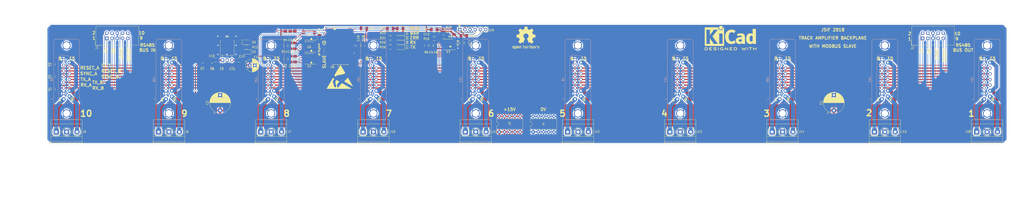
<source format=kicad_pcb>
(kicad_pcb (version 20171130) (host pcbnew "(5.0.0-rc2-dev-451-g0294e41cb)")
  (layers (0 F.Cu signal) (31 B.Cu signal) (34 B.Paste user) (35 F.Paste user) (36 B.SilkS user) (37 F.SilkS user) (38 B.Mask user) (39 F.Mask user) (44 Edge.Cuts user))
  (net 0 "")
  (net 1 +15V)
  (net 2 GND)
  (net 3 "Net-(C3-Pad1)")
  (net 4 "Net-(C4-Pad1)")
  (net 5 "Net-(C5-Pad1)")
  (net 6 "Net-(C10-Pad1)")
  (net 7 "Net-(C11-Pad1)")
  (net 8 +5V)
  (net 9 "Net-(C13-Pad1)")
  (net 10 "Net-(C17-Pad1)")
  (net 11 "Net-(C18-Pad1)")
  (net 12 "Net-(D1-Pad2)")
  (net 13 "Net-(D2-Pad2)")
  (net 14 "Net-(D3-Pad2)")
  (net 15 "Net-(D4-Pad2)")
  (net 16 "Net-(D5-Pad2)")
  (net 17 "Net-(D6-Pad2)")
  (net 18 "Net-(D7-Pad2)")
  (net 19 TX_A)
  (net 20 TX_B)
  (net 21 RX_A)
  (net 22 RX_B)
  (net 23 SYNC_A)
  (net 24 SYNC_B)
  (net 25 RESET_A)
  (net 26 RESET_B)
  (net 27 /PWMO1_1)
  (net 28 /PWMO2_1)
  (net 29 /PWMO2_2)
  (net 30 /PWMO1_2)
  (net 31 /PWMO1_3)
  (net 32 /PWMO2_3)
  (net 33 ID_1)
  (net 34 /PWMO2_6)
  (net 35 ID_6)
  (net 36 /PWMO1_6)
  (net 37 /PWMO2_4)
  (net 38 /PWMO1_4)
  (net 39 /PWMO1_5)
  (net 40 /PWMO2_5)
  (net 41 /PWMO1_7)
  (net 42 /PWMO2_7)
  (net 43 /PWMO2_8)
  (net 44 /PWMO1_8)
  (net 45 /PWMO1_9)
  (net 46 /PWMO2_9)
  (net 47 ID_2)
  (net 48 ID_7)
  (net 49 /PWMO2_10)
  (net 50 /PWMO1_10)
  (net 51 ID_3)
  (net 52 ID_8)
  (net 53 ID_4)
  (net 54 ID_9)
  (net 55 ID_5)
  (net 56 ID_10)
  (net 57 VPP)
  (net 58 ICSPDAT)
  (net 59 ICSPCLK)
  (net 60 "Net-(J25-Pad6)")
  (net 61 RST)
  (net 62 "Net-(R7-Pad1)")
  (net 63 "Net-(R9-Pad1)")
  (net 64 TX_ENA)
  (net 65 "Net-(R14-Pad1)")
  (net 66 "Net-(R15-Pad1)")
  (net 67 "Net-(R16-Pad1)")
  (net 68 "Net-(R22-Pad1)")
  (net 69 "Net-(R23-Pad1)")
  (net 70 "Net-(R24-Pad1)")
  (net 71 "Net-(R25-Pad1)")
  (net 72 "Net-(R26-Pad1)")
  (net 73 SYNC)
  (net 74 RX)
  (net 75 "Net-(U5-Pad1)")
  (net 76 TX)
  (module Package_SO:SOIC-8_3.9x4.9mm_P1.27mm (layer F.Cu) (at 169.9768 174.3964 180)
    (fp_text reference U5 (at 0 0 180) (layer F.SilkS))
    (fp_text value ST485EBDR)
    (pad 1 smd rect (at -2.7 -1.905 180) (size 1.55 0.6) (layers F.Cu F.Paste F.Mask) (net 75 "Net-(U5-Pad1)"))
    (pad 2 smd rect (at -2.7 -0.635 180) (size 1.55 0.6) (layers F.Cu F.Paste F.Mask) (net 7 "Net-(C11-Pad1)"))
    (pad 3 smd rect (at -2.7 0.635 180) (size 1.55 0.6) (layers F.Cu F.Paste F.Mask) (net 64 TX_ENA))
    (pad 4 smd rect (at -2.7 1.905 180) (size 1.55 0.6) (layers F.Cu F.Paste F.Mask) (net 76 TX))
    (pad 5 smd rect (at 2.7 1.905 180) (size 1.55 0.6) (layers F.Cu F.Paste F.Mask) (net 2 GND))
    (pad 6 smd rect (at 2.7 0.635 180) (size 1.55 0.6) (layers F.Cu F.Paste F.Mask) (net 19 TX_A))
    (pad 7 smd rect (at 2.7 -0.635 180) (size 1.55 0.6) (layers F.Cu F.Paste F.Mask) (net 20 TX_B))
    (pad 8 smd rect (at 2.7 -1.905 180) (size 1.55 0.6) (layers F.Cu F.Paste F.Mask) (net 7 "Net-(C11-Pad1)"))
  )
  (module Resistor_SMD:R_1206_3216Metric (layer F.Cu) (at 117.856 183.261 180)
    (fp_text reference R7 (at 0 -1.905 180) (layer F.SilkS))
    (fp_text value R)
    (pad 1 smd roundrect (at -1.4 0 180) (size 1.25 1.75) (layers F.Cu F.Paste F.Mask) (roundrect_rratio 0.2) (net 62 "Net-(R7-Pad1)"))
    (pad 2 smd roundrect (at 1.4 0 180) (size 1.25 1.75) (layers F.Cu F.Paste F.Mask) (roundrect_rratio 0.2) (net 1 +15V))
  )
  (module Capacitor_THT:CP_Radial_D10.0mm_P7.50mm (layer F.Cu) (at 426.5 205.5 90)
    (fp_text reference C1 (at 3.75 -6.25 90) (layer F.SilkS))
    (fp_text value 470u)
    (pad 1 thru_hole rect (at 0 0 90) (size 2 2) (drill 1) (layers *.Cu *.Mask) (net 1 +15V))
    (pad 2 thru_hole circle (at 7.5 0 90) (size 2 2) (drill 1) (layers *.Cu *.Mask) (net 2 GND))
  )
  (module Capacitor_THT:CP_Radial_D10.0mm_P7.50mm (layer F.Cu) (at 126.5 205.5 90)
    (fp_text reference C2 (at 3.75 -6.25 90) (layer F.SilkS))
    (fp_text value 470u)
    (pad 2 thru_hole circle (at 7.5 0 90) (size 2 2) (drill 1) (layers *.Cu *.Mask) (net 2 GND))
    (pad 1 thru_hole rect (at 0 0 90) (size 2 2) (drill 1) (layers *.Cu *.Mask) (net 1 +15V))
  )
  (module Capacitor_SMD:C_1206_3216Metric (layer F.Cu) (at 162.9918 168.021 90)
    (fp_text reference C3 (at -2.921 0 180) (layer F.SilkS))
    (fp_text value C)
    (pad 1 smd roundrect (at -1.4 0 90) (size 1.25 1.75) (layers F.Cu F.Paste F.Mask) (roundrect_rratio 0.2) (net 3 "Net-(C3-Pad1)"))
    (pad 2 smd roundrect (at 1.4 0 90) (size 1.25 1.75) (layers F.Cu F.Paste F.Mask) (roundrect_rratio 0.2) (net 2 GND))
  )
  (module Capacitor_SMD:C_1206_3216Metric (layer F.Cu) (at 160.782 180.34 90)
    (fp_text reference C4 (at -3.302 0 90) (layer F.SilkS))
    (fp_text value C)
    (pad 1 smd roundrect (at -1.4 0 90) (size 1.25 1.75) (layers F.Cu F.Paste F.Mask) (roundrect_rratio 0.2) (net 4 "Net-(C4-Pad1)"))
    (pad 2 smd roundrect (at 1.4 0 90) (size 1.25 1.75) (layers F.Cu F.Paste F.Mask) (roundrect_rratio 0.2) (net 2 GND))
  )
  (module Capacitor_SMD:C_1206_3216Metric (layer F.Cu) (at 229.616 173.736 90)
    (fp_text reference C5 (at -3.302 0 180) (layer F.SilkS))
    (fp_text value C)
    (pad 2 smd roundrect (at 1.4 0 90) (size 1.25 1.75) (layers F.Cu F.Paste F.Mask) (roundrect_rratio 0.2) (net 2 GND))
    (pad 1 smd roundrect (at -1.4 0 90) (size 1.25 1.75) (layers F.Cu F.Paste F.Mask) (roundrect_rratio 0.2) (net 5 "Net-(C5-Pad1)"))
  )
  (module Capacitor_SMD:C_1206_3216Metric (layer F.Cu) (at 160.7058 168.021 90)
    (fp_text reference C6 (at -2.921 0 180) (layer F.SilkS))
    (fp_text value C)
    (pad 2 smd roundrect (at 1.4 0 90) (size 1.25 1.75) (layers F.Cu F.Paste F.Mask) (roundrect_rratio 0.2) (net 2 GND))
    (pad 1 smd roundrect (at -1.4 0 90) (size 1.25 1.75) (layers F.Cu F.Paste F.Mask) (roundrect_rratio 0.2) (net 3 "Net-(C3-Pad1)"))
  )
  (module Capacitor_SMD:C_1206_3216Metric (layer F.Cu) (at 163.068 180.34 90)
    (fp_text reference C7 (at -3.302 0 90) (layer F.SilkS))
    (fp_text value C)
    (pad 1 smd roundrect (at -1.4 0 90) (size 1.25 1.75) (layers F.Cu F.Paste F.Mask) (roundrect_rratio 0.2) (net 4 "Net-(C4-Pad1)"))
    (pad 2 smd roundrect (at 1.4 0 90) (size 1.25 1.75) (layers F.Cu F.Paste F.Mask) (roundrect_rratio 0.2) (net 2 GND))
  )
  (module Capacitor_SMD:C_1206_3216Metric (layer F.Cu) (at 231.902 173.736 90)
    (fp_text reference C8 (at -3.302 0 180) (layer F.SilkS))
    (fp_text value C)
    (pad 1 smd roundrect (at -1.4 0 90) (size 1.25 1.75) (layers F.Cu F.Paste F.Mask) (roundrect_rratio 0.2) (net 5 "Net-(C5-Pad1)"))
    (pad 2 smd roundrect (at 1.4 0 90) (size 1.25 1.75) (layers F.Cu F.Paste F.Mask) (roundrect_rratio 0.2) (net 2 GND))
  )
  (module Capacitor_SMD:C_1206_3216Metric (layer F.Cu) (at 127.254 183.261)
    (fp_text reference C9 (at 0 1.905) (layer F.SilkS))
    (fp_text value C)
    (pad 1 smd roundrect (at -1.4 0) (size 1.25 1.75) (layers F.Cu F.Paste F.Mask) (roundrect_rratio 0.2) (net 6 "Net-(C10-Pad1)"))
    (pad 2 smd roundrect (at 1.4 0) (size 1.25 1.75) (layers F.Cu F.Paste F.Mask) (roundrect_rratio 0.2) (net 2 GND))
  )
  (module Capacitor_SMD:C_1206_3216Metric (layer F.Cu) (at 124.206 180.848 180)
    (fp_text reference C10 (at 1.778 2.032 180) (layer F.SilkS))
    (fp_text value C)
    (pad 2 smd roundrect (at 1.4 0 180) (size 1.25 1.75) (layers F.Cu F.Paste F.Mask) (roundrect_rratio 0.2) (net 2 GND))
    (pad 1 smd roundrect (at -1.4 0 180) (size 1.25 1.75) (layers F.Cu F.Paste F.Mask) (roundrect_rratio 0.2) (net 6 "Net-(C10-Pad1)"))
  )
  (module Capacitor_SMD:C_1206_3216Metric (layer F.Cu) (at 160.7566 173.8406 90)
    (fp_text reference C11 (at -2.918 0.0762 180) (layer F.SilkS))
    (fp_text value C)
    (pad 2 smd roundrect (at 1.4 0 90) (size 1.25 1.75) (layers F.Cu F.Paste F.Mask) (roundrect_rratio 0.2) (net 2 GND))
    (pad 1 smd roundrect (at -1.4 0 90) (size 1.25 1.75) (layers F.Cu F.Paste F.Mask) (roundrect_rratio 0.2) (net 7 "Net-(C11-Pad1)"))
  )
  (module Capacitor_SMD:C_1206_3216Metric (layer F.Cu) (at 135.636 180.848)
    (fp_text reference C12 (at 1.524 -1.905) (layer F.SilkS))
    (fp_text value C)
    (pad 1 smd roundrect (at -1.4 0) (size 1.25 1.75) (layers F.Cu F.Paste F.Mask) (roundrect_rratio 0.2) (net 8 +5V))
    (pad 2 smd roundrect (at 1.4 0) (size 1.25 1.75) (layers F.Cu F.Paste F.Mask) (roundrect_rratio 0.2) (net 2 GND))
  )
  (module Capacitor_SMD:C_1206_3216Metric (layer F.Cu) (at 231.14 168.148 180)
    (fp_text reference C13 (at 3.81 0 180) (layer F.SilkS))
    (fp_text value C)
    (pad 1 smd roundrect (at -1.4 0 180) (size 1.25 1.75) (layers F.Cu F.Paste F.Mask) (roundrect_rratio 0.2) (net 9 "Net-(C13-Pad1)"))
    (pad 2 smd roundrect (at 1.4 0 180) (size 1.25 1.75) (layers F.Cu F.Paste F.Mask) (roundrect_rratio 0.2) (net 2 GND))
  )
  (module Capacitor_SMD:C_1206_3216Metric (layer F.Cu) (at 163.0426 173.8406 90)
    (fp_text reference C14 (at -2.918 0.635 180) (layer F.SilkS))
    (fp_text value C)
    (pad 2 smd roundrect (at 1.4 0 90) (size 1.25 1.75) (layers F.Cu F.Paste F.Mask) (roundrect_rratio 0.2) (net 2 GND))
    (pad 1 smd roundrect (at -1.4 0 90) (size 1.25 1.75) (layers F.Cu F.Paste F.Mask) (roundrect_rratio 0.2) (net 7 "Net-(C11-Pad1)"))
  )
  (module Capacitor_SMD:C_1206_3216Metric (layer F.Cu) (at 132.334 183.261 180)
    (fp_text reference C15 (at 0 -1.905 180) (layer F.SilkS))
    (fp_text value C)
    (pad 2 smd roundrect (at 1.4 0 180) (size 1.25 1.75) (layers F.Cu F.Paste F.Mask) (roundrect_rratio 0.2) (net 2 GND))
    (pad 1 smd roundrect (at -1.4 0 180) (size 1.25 1.75) (layers F.Cu F.Paste F.Mask) (roundrect_rratio 0.2) (net 8 +5V))
  )
  (module Capacitor_SMD:C_1206_3216Metric (layer F.Cu) (at 246.888 172.466 270)
    (fp_text reference C17 (at 0 -1.82 270) (layer F.SilkS))
    (fp_text value C)
    (pad 2 smd roundrect (at 1.4 0 270) (size 1.25 1.75) (layers F.Cu F.Paste F.Mask) (roundrect_rratio 0.2) (net 2 GND))
    (pad 1 smd roundrect (at -1.4 0 270) (size 1.25 1.75) (layers F.Cu F.Paste F.Mask) (roundrect_rratio 0.2) (net 10 "Net-(C17-Pad1)"))
  )
  (module Capacitor_SMD:C_1206_3216Metric (layer F.Cu) (at 196.342 173.736 90)
    (fp_text reference C18 (at 3.556 0.127 90) (layer F.SilkS))
    (fp_text value C)
    (pad 1 smd roundrect (at -1.4 0 90) (size 1.25 1.75) (layers F.Cu F.Paste F.Mask) (roundrect_rratio 0.2) (net 11 "Net-(C18-Pad1)"))
    (pad 2 smd roundrect (at 1.4 0 90) (size 1.25 1.75) (layers F.Cu F.Paste F.Mask) (roundrect_rratio 0.2) (net 2 GND))
  )
  (module Capacitor_SMD:C_1206_3216Metric (layer F.Cu) (at 194.056 173.736 90)
    (fp_text reference C19 (at 3.556 0 90) (layer F.SilkS))
    (fp_text value C)
    (pad 2 smd roundrect (at 1.4 0 90) (size 1.25 1.75) (layers F.Cu F.Paste F.Mask) (roundrect_rratio 0.2) (net 2 GND))
    (pad 1 smd roundrect (at -1.4 0 90) (size 1.25 1.75) (layers F.Cu F.Paste F.Mask) (roundrect_rratio 0.2) (net 11 "Net-(C18-Pad1)"))
  )
  (module Diode_SMD:D_1206_3216Metric (layer F.Cu) (at 139.446 176.784 180)
    (fp_text reference D1 (at -3.683 0 180) (layer F.SilkS))
    (fp_text value D_Zener)
    (pad 1 smd roundrect (at -1.4 0 180) (size 1.25 1.75) (layers F.Cu F.Paste F.Mask) (roundrect_rratio 0.2) (net 8 +5V))
    (pad 2 smd roundrect (at 1.4 0 180) (size 1.25 1.75) (layers F.Cu F.Paste F.Mask) (roundrect_rratio 0.2) (net 12 "Net-(D1-Pad2)"))
  )
  (module Diode_SMD:D_1206_3216Metric (layer F.Cu) (at 139.446 172.085)
    (fp_text reference D2 (at 3.556 0) (layer F.SilkS))
    (fp_text value LED)
    (pad 2 smd roundrect (at 1.4 0) (size 1.25 1.75) (layers F.Cu F.Paste F.Mask) (roundrect_rratio 0.2) (net 13 "Net-(D2-Pad2)"))
    (pad 1 smd roundrect (at -1.4 0) (size 1.25 1.75) (layers F.Cu F.Paste F.Mask) (roundrect_rratio 0.2) (net 2 GND))
  )
  (module Diode_SMD:D_1206_3216Metric (layer F.Cu) (at 214.5 165.354 180)
    (fp_text reference D3 (at -3.432 0 270) (layer F.SilkS))
    (fp_text value "LED GR")
    (pad 2 smd roundrect (at 1.4 0 180) (size 1.25 1.75) (layers F.Cu F.Paste F.Mask) (roundrect_rratio 0.2) (net 14 "Net-(D3-Pad2)"))
    (pad 1 smd roundrect (at -1.4 0 180) (size 1.25 1.75) (layers F.Cu F.Paste F.Mask) (roundrect_rratio 0.2) (net 2 GND))
  )
  (module Diode_SMD:D_1206_3216Metric (layer F.Cu) (at 214.5 167.64 180)
    (fp_text reference D4 (at -3.432 0 270) (layer F.SilkS))
    (fp_text value "LED YE")
    (pad 1 smd roundrect (at -1.4 0 180) (size 1.25 1.75) (layers F.Cu F.Paste F.Mask) (roundrect_rratio 0.2) (net 2 GND))
    (pad 2 smd roundrect (at 1.4 0 180) (size 1.25 1.75) (layers F.Cu F.Paste F.Mask) (roundrect_rratio 0.2) (net 15 "Net-(D4-Pad2)"))
  )
  (module Diode_SMD:D_1206_3216Metric (layer F.Cu) (at 214.5 169.926 180)
    (fp_text reference D5 (at -3.432 0 270) (layer F.SilkS))
    (fp_text value "LED RD")
    (pad 2 smd roundrect (at 1.4 0 180) (size 1.25 1.75) (layers F.Cu F.Paste F.Mask) (roundrect_rratio 0.2) (net 16 "Net-(D5-Pad2)"))
    (pad 1 smd roundrect (at -1.4 0 180) (size 1.25 1.75) (layers F.Cu F.Paste F.Mask) (roundrect_rratio 0.2) (net 2 GND))
  )
  (module Diode_SMD:D_1206_3216Metric (layer F.Cu) (at 214.5 172.212 180)
    (fp_text reference D6 (at -3.432 0 270) (layer F.SilkS))
    (fp_text value "LED GR")
    (pad 1 smd roundrect (at -1.4 0 180) (size 1.25 1.75) (layers F.Cu F.Paste F.Mask) (roundrect_rratio 0.2) (net 2 GND))
    (pad 2 smd roundrect (at 1.4 0 180) (size 1.25 1.75) (layers F.Cu F.Paste F.Mask) (roundrect_rratio 0.2) (net 17 "Net-(D6-Pad2)"))
  )
  (module Diode_SMD:D_1206_3216Metric (layer F.Cu) (at 214.5 174.498 180)
    (fp_text reference D7 (at -3.432 0 270) (layer F.SilkS))
    (fp_text value "LED GR")
    (pad 1 smd roundrect (at -1.4 0 180) (size 1.25 1.75) (layers F.Cu F.Paste F.Mask) (roundrect_rratio 0.2) (net 2 GND))
    (pad 2 smd roundrect (at 1.4 0 180) (size 1.25 1.75) (layers F.Cu F.Paste F.Mask) (roundrect_rratio 0.2) (net 18 "Net-(D7-Pad2)"))
  )
  (module Connector_IDC:IDC-Header_2x05_P2.54mm_Vertical (layer F.Cu) (at 71.12 170.18 90)
    (fp_text reference J1 (at -4.572 -4.826 180) (layer F.SilkS))
    (fp_text value Conn_02x05_Odd_Even)
    (pad 1 thru_hole rect (at 0 0 90) (size 1.7272 1.7272) (drill 1.016) (layers *.Cu *.Mask) (net 19 TX_A))
    (pad 2 thru_hole oval (at 2.54 0 90) (size 1.7272 1.7272) (drill 1.016) (layers *.Cu *.Mask) (net 20 TX_B))
    (pad 3 thru_hole oval (at 0 2.54 90) (size 1.7272 1.7272) (drill 1.016) (layers *.Cu *.Mask) (net 21 RX_A))
    (pad 4 thru_hole oval (at 2.54 2.54 90) (size 1.7272 1.7272) (drill 1.016) (layers *.Cu *.Mask) (net 22 RX_B))
    (pad 5 thru_hole oval (at 0 5.08 90) (size 1.7272 1.7272) (drill 1.016) (layers *.Cu *.Mask) (net 2 GND))
    (pad 6 thru_hole oval (at 2.54 5.08 90) (size 1.7272 1.7272) (drill 1.016) (layers *.Cu *.Mask) (net 2 GND))
    (pad 7 thru_hole oval (at 0 7.62 90) (size 1.7272 1.7272) (drill 1.016) (layers *.Cu *.Mask) (net 23 SYNC_A))
    (pad 8 thru_hole oval (at 2.54 7.62 90) (size 1.7272 1.7272) (drill 1.016) (layers *.Cu *.Mask) (net 24 SYNC_B))
    (pad 9 thru_hole oval (at 0 10.16 90) (size 1.7272 1.7272) (drill 1.016) (layers *.Cu *.Mask) (net 25 RESET_A))
    (pad 10 thru_hole oval (at 2.54 10.16 90) (size 1.7272 1.7272) (drill 1.016) (layers *.Cu *.Mask) (net 26 RESET_B))
  )
  (module Connector_IDC:IDC-Header_2x05_P2.54mm_Vertical (layer F.Cu) (at 469.9 170.18 90)
    (fp_text reference J2 (at -4.826 -5.08 180) (layer F.SilkS))
    (fp_text value Conn_02x05_Odd_Even)
    (pad 10 thru_hole oval (at 2.54 10.16 90) (size 1.7272 1.7272) (drill 1.016) (layers *.Cu *.Mask) (net 26 RESET_B))
    (pad 9 thru_hole oval (at 0 10.16 90) (size 1.7272 1.7272) (drill 1.016) (layers *.Cu *.Mask) (net 25 RESET_A))
    (pad 8 thru_hole oval (at 2.54 7.62 90) (size 1.7272 1.7272) (drill 1.016) (layers *.Cu *.Mask) (net 24 SYNC_B))
    (pad 7 thru_hole oval (at 0 7.62 90) (size 1.7272 1.7272) (drill 1.016) (layers *.Cu *.Mask) (net 23 SYNC_A))
    (pad 6 thru_hole oval (at 2.54 5.08 90) (size 1.7272 1.7272) (drill 1.016) (layers *.Cu *.Mask) (net 2 GND))
    (pad 5 thru_hole oval (at 0 5.08 90) (size 1.7272 1.7272) (drill 1.016) (layers *.Cu *.Mask) (net 2 GND))
    (pad 4 thru_hole oval (at 2.54 2.54 90) (size 1.7272 1.7272) (drill 1.016) (layers *.Cu *.Mask) (net 22 RX_B))
    (pad 3 thru_hole oval (at 0 2.54 90) (size 1.7272 1.7272) (drill 1.016) (layers *.Cu *.Mask) (net 21 RX_A))
    (pad 2 thru_hole oval (at 2.54 0 90) (size 1.7272 1.7272) (drill 1.016) (layers *.Cu *.Mask) (net 20 TX_B))
    (pad 1 thru_hole rect (at 0 0 90) (size 1.7272 1.7272) (drill 1.016) (layers *.Cu *.Mask) (net 19 TX_A))
  )
  (module Package_DIP:DIP-10_W7.62mm (layer F.Cu) (at 263 216 90)
    (fp_text reference J3 (at 4 5 90) (layer F.SilkS))
    (fp_text value PowerBug+15V)
    (pad 1 thru_hole rect (at 0 0 90) (size 1.6 1.6) (drill 0.8) (layers *.Cu *.Mask) (net 1 +15V))
    (pad 6 thru_hole oval (at 7.62 10.16 90) (size 1.6 1.6) (drill 0.8) (layers *.Cu *.Mask) (net 1 +15V))
    (pad 2 thru_hole oval (at 0 2.54 90) (size 1.6 1.6) (drill 0.8) (layers *.Cu *.Mask) (net 1 +15V))
    (pad 7 thru_hole oval (at 7.62 7.62 90) (size 1.6 1.6) (drill 0.8) (layers *.Cu *.Mask) (net 1 +15V))
    (pad 3 thru_hole oval (at 0 5.08 90) (size 1.6 1.6) (drill 0.8) (layers *.Cu *.Mask) (net 1 +15V))
    (pad 8 thru_hole oval (at 7.62 5.08 90) (size 1.6 1.6) (drill 0.8) (layers *.Cu *.Mask) (net 1 +15V))
    (pad 4 thru_hole oval (at 0 7.62 90) (size 1.6 1.6) (drill 0.8) (layers *.Cu *.Mask) (net 1 +15V))
    (pad 9 thru_hole oval (at 7.62 2.54 90) (size 1.6 1.6) (drill 0.8) (layers *.Cu *.Mask) (net 1 +15V))
    (pad 5 thru_hole oval (at 0 10.16 90) (size 1.6 1.6) (drill 0.8) (layers *.Cu *.Mask) (net 1 +15V))
    (pad 10 thru_hole oval (at 7.62 0 90) (size 1.6 1.6) (drill 0.8) (layers *.Cu *.Mask) (net 1 +15V))
  )
  (module Package_DIP:DIP-10_W7.62mm (layer F.Cu) (at 279.5 216 90)
    (fp_text reference J4 (at 3.656 4.98 90) (layer F.SilkS))
    (fp_text value PowerBug_GND)
    (pad 10 thru_hole oval (at 7.62 0 90) (size 1.6 1.6) (drill 0.8) (layers *.Cu *.Mask) (net 2 GND))
    (pad 5 thru_hole oval (at 0 10.16 90) (size 1.6 1.6) (drill 0.8) (layers *.Cu *.Mask) (net 2 GND))
    (pad 9 thru_hole oval (at 7.62 2.54 90) (size 1.6 1.6) (drill 0.8) (layers *.Cu *.Mask) (net 2 GND))
    (pad 4 thru_hole oval (at 0 7.62 90) (size 1.6 1.6) (drill 0.8) (layers *.Cu *.Mask) (net 2 GND))
    (pad 8 thru_hole oval (at 7.62 5.08 90) (size 1.6 1.6) (drill 0.8) (layers *.Cu *.Mask) (net 2 GND))
    (pad 3 thru_hole oval (at 0 5.08 90) (size 1.6 1.6) (drill 0.8) (layers *.Cu *.Mask) (net 2 GND))
    (pad 7 thru_hole oval (at 7.62 7.62 90) (size 1.6 1.6) (drill 0.8) (layers *.Cu *.Mask) (net 2 GND))
    (pad 2 thru_hole oval (at 0 2.54 90) (size 1.6 1.6) (drill 0.8) (layers *.Cu *.Mask) (net 2 GND))
    (pad 6 thru_hole oval (at 7.62 10.16 90) (size 1.6 1.6) (drill 0.8) (layers *.Cu *.Mask) (net 2 GND))
    (pad 1 thru_hole rect (at 0 0 90) (size 1.6 1.6) (drill 0.8) (layers *.Cu *.Mask) (net 2 GND))
  )
  (module TerminalBlock_Phoenix:TerminalBlock_Phoenix_MKDS-3-3-5.08_1x03_P5.08mm_Horizontal (layer F.Cu) (at 46.35 216)
    (fp_text reference J5 (at 13.848 -0.1) (layer F.SilkS))
    (fp_text value Conn_01x03)
    (pad 3 thru_hole circle (at 10.16 0) (size 2.6 2.6) (drill 1.3) (layers *.Cu *.Mask) (net 27 /PWMO1_1))
    (pad 2 thru_hole circle (at 5.08 0) (size 2.6 2.6) (drill 1.3) (layers *.Cu *.Mask) (net 2 GND))
    (pad 1 thru_hole rect (at 0 0) (size 2.6 2.6) (drill 1.3) (layers *.Cu *.Mask) (net 28 /PWMO2_1))
  )
  (module TerminalBlock_Phoenix:TerminalBlock_Phoenix_MKDS-3-3-5.08_1x03_P5.08mm_Horizontal (layer F.Cu) (at 96.35 216)
    (fp_text reference J6 (at 13.886 -0.1) (layer F.SilkS))
    (fp_text value Conn_01x03)
    (pad 1 thru_hole rect (at 0 0) (size 2.6 2.6) (drill 1.3) (layers *.Cu *.Mask) (net 29 /PWMO2_2))
    (pad 2 thru_hole circle (at 5.08 0) (size 2.6 2.6) (drill 1.3) (layers *.Cu *.Mask) (net 2 GND))
    (pad 3 thru_hole circle (at 10.16 0) (size 2.6 2.6) (drill 1.3) (layers *.Cu *.Mask) (net 30 /PWMO1_2))
  )
  (module TerminalBlock_Phoenix:TerminalBlock_Phoenix_MKDS-3-3-5.08_1x03_P5.08mm_Horizontal (layer F.Cu) (at 146.35 216)
    (fp_text reference J7 (at 13.924 -0.1) (layer F.SilkS))
    (fp_text value Conn_01x03)
    (pad 3 thru_hole circle (at 10.16 0) (size 2.6 2.6) (drill 1.3) (layers *.Cu *.Mask) (net 31 /PWMO1_3))
    (pad 2 thru_hole circle (at 5.08 0) (size 2.6 2.6) (drill 1.3) (layers *.Cu *.Mask) (net 2 GND))
    (pad 1 thru_hole rect (at 0 0) (size 2.6 2.6) (drill 1.3) (layers *.Cu *.Mask) (net 32 /PWMO2_3))
  )
  (module Connector_Dsub:DSUB-15_Female_Vertical_P2.77x2.84mm_MountingHoles (layer B.Cu) (at 50 200 270)
    (fp_text reference J8 (at -9.695 5.89 270) (layer B.SilkS) (effects (justify mirror)))
    (fp_text value DB15_Female_MountingHoles)
    (pad 1 thru_hole rect (at 0 0 270) (size 1.6 1.6) (drill 1) (layers *.Cu *.Mask) (net 28 /PWMO2_1))
    (pad 2 thru_hole circle (at -2.77 0 270) (size 1.6 1.6) (drill 1) (layers *.Cu *.Mask) (net 2 GND))
    (pad 3 thru_hole circle (at -5.54 0 270) (size 1.6 1.6) (drill 1) (layers *.Cu *.Mask) (net 22 RX_B))
    (pad 4 thru_hole circle (at -8.31 0 270) (size 1.6 1.6) (drill 1) (layers *.Cu *.Mask) (net 20 TX_B))
    (pad 5 thru_hole circle (at -11.08 0 270) (size 1.6 1.6) (drill 1) (layers *.Cu *.Mask) (net 24 SYNC_B))
    (pad 6 thru_hole circle (at -13.85 0 270) (size 1.6 1.6) (drill 1) (layers *.Cu *.Mask) (net 26 RESET_B))
    (pad 7 thru_hole circle (at -16.62 0 270) (size 1.6 1.6) (drill 1) (layers *.Cu *.Mask) (net 33 ID_1))
    (pad 8 thru_hole circle (at -19.39 0 270) (size 1.6 1.6) (drill 1) (layers *.Cu *.Mask) (net 2 GND))
    (pad 9 thru_hole circle (at -1.385 -2.84 270) (size 1.6 1.6) (drill 1) (layers *.Cu *.Mask) (net 27 /PWMO1_1))
    (pad 10 thru_hole circle (at -4.155 -2.84 270) (size 1.6 1.6) (drill 1) (layers *.Cu *.Mask) (net 1 +15V))
    (pad 11 thru_hole circle (at -6.925 -2.84 270) (size 1.6 1.6) (drill 1) (layers *.Cu *.Mask) (net 21 RX_A))
    (pad 12 thru_hole circle (at -9.695 -2.84 270) (size 1.6 1.6) (drill 1) (layers *.Cu *.Mask) (net 19 TX_A))
    (pad 13 thru_hole circle (at -12.465 -2.84 270) (size 1.6 1.6) (drill 1) (layers *.Cu *.Mask) (net 23 SYNC_A))
    (pad 14 thru_hole circle (at -15.235 -2.84 270) (size 1.6 1.6) (drill 1) (layers *.Cu *.Mask) (net 25 RESET_A))
    (pad 15 thru_hole circle (at -18.005 -2.84 270) (size 1.6 1.6) (drill 1) (layers *.Cu *.Mask) (net 1 +15V))
    (pad 0 thru_hole circle (at -26.345 -1.42 270) (size 4 4) (drill 3.2) (layers *.Cu *.Mask) (net 2 GND))
    (pad 0 thru_hole circle (at 6.955 -1.42 270) (size 4 4) (drill 3.2) (layers *.Cu *.Mask) (net 2 GND))
  )
  (module Connector_Dsub:DSUB-15_Female_Vertical_P2.77x2.84mm_MountingHoles (layer B.Cu) (at 300 200 270)
    (fp_text reference J9 (at -9.695 5.89 270) (layer B.SilkS) (effects (justify mirror)))
    (fp_text value DB15_Female_MountingHoles)
    (pad 1 thru_hole rect (at 0 0 270) (size 1.6 1.6) (drill 1) (layers *.Cu *.Mask) (net 34 /PWMO2_6))
    (pad 2 thru_hole circle (at -2.77 0 270) (size 1.6 1.6) (drill 1) (layers *.Cu *.Mask) (net 2 GND))
    (pad 3 thru_hole circle (at -5.54 0 270) (size 1.6 1.6) (drill 1) (layers *.Cu *.Mask) (net 22 RX_B))
    (pad 4 thru_hole circle (at -8.31 0 270) (size 1.6 1.6) (drill 1) (layers *.Cu *.Mask) (net 20 TX_B))
    (pad 5 thru_hole circle (at -11.08 0 270) (size 1.6 1.6) (drill 1) (layers *.Cu *.Mask) (net 24 SYNC_B))
    (pad 6 thru_hole circle (at -13.85 0 270) (size 1.6 1.6) (drill 1) (layers *.Cu *.Mask) (net 26 RESET_B))
    (pad 7 thru_hole circle (at -16.62 0 270) (size 1.6 1.6) (drill 1) (layers *.Cu *.Mask) (net 35 ID_6))
    (pad 8 thru_hole circle (at -19.39 0 270) (size 1.6 1.6) (drill 1) (layers *.Cu *.Mask) (net 2 GND))
    (pad 9 thru_hole circle (at -1.385 -2.84 270) (size 1.6 1.6) (drill 1) (layers *.Cu *.Mask) (net 36 /PWMO1_6))
    (pad 10 thru_hole circle (at -4.155 -2.84 270) (size 1.6 1.6) (drill 1) (layers *.Cu *.Mask) (net 1 +15V))
    (pad 11 thru_hole circle (at -6.925 -2.84 270) (size 1.6 1.6) (drill 1) (layers *.Cu *.Mask) (net 21 RX_A))
    (pad 12 thru_hole circle (at -9.695 -2.84 270) (size 1.6 1.6) (drill 1) (layers *.Cu *.Mask) (net 19 TX_A))
    (pad 13 thru_hole circle (at -12.465 -2.84 270) (size 1.6 1.6) (drill 1) (layers *.Cu *.Mask) (net 23 SYNC_A))
    (pad 14 thru_hole circle (at -15.235 -2.84 270) (size 1.6 1.6) (drill 1) (layers *.Cu *.Mask) (net 25 RESET_A))
    (pad 15 thru_hole circle (at -18.005 -2.84 270) (size 1.6 1.6) (drill 1) (layers *.Cu *.Mask) (net 1 +15V))
    (pad 0 thru_hole circle (at -26.345 -1.42 270) (size 4 4) (drill 3.2) (layers *.Cu *.Mask) (net 2 GND))
    (pad 0 thru_hole circle (at 6.955 -1.42 270) (size 4 4) (drill 3.2) (layers *.Cu *.Mask) (net 2 GND))
  )
  (module TerminalBlock_Phoenix:TerminalBlock_Phoenix_MKDS-3-3-5.08_1x03_P5.08mm_Horizontal (layer F.Cu) (at 196.35 216)
    (fp_text reference J10 (at 14.47 -0.1) (layer F.SilkS))
    (fp_text value Conn_01x03)
    (pad 1 thru_hole rect (at 0 0) (size 2.6 2.6) (drill 1.3) (layers *.Cu *.Mask) (net 37 /PWMO2_4))
    (pad 2 thru_hole circle (at 5.08 0) (size 2.6 2.6) (drill 1.3) (layers *.Cu *.Mask) (net 2 GND))
    (pad 3 thru_hole circle (at 10.16 0) (size 2.6 2.6) (drill 1.3) (layers *.Cu *.Mask) (net 38 /PWMO1_4))
  )
  (module TerminalBlock_Phoenix:TerminalBlock_Phoenix_MKDS-3-3-5.08_1x03_P5.08mm_Horizontal (layer F.Cu) (at 246.35 216)
    (fp_text reference J11 (at 14.254 -0.1) (layer F.SilkS))
    (fp_text value Conn_01x03)
    (pad 3 thru_hole circle (at 10.16 0) (size 2.6 2.6) (drill 1.3) (layers *.Cu *.Mask) (net 39 /PWMO1_5))
    (pad 2 thru_hole circle (at 5.08 0) (size 2.6 2.6) (drill 1.3) (layers *.Cu *.Mask) (net 2 GND))
    (pad 1 thru_hole rect (at 0 0) (size 2.6 2.6) (drill 1.3) (layers *.Cu *.Mask) (net 40 /PWMO2_5))
  )
  (module TerminalBlock_Phoenix:TerminalBlock_Phoenix_MKDS-3-3-5.08_1x03_P5.08mm_Horizontal (layer F.Cu) (at 296.35 216)
    (fp_text reference J12 (at 14.292 -0.1) (layer F.SilkS))
    (fp_text value Conn_01x03)
    (pad 1 thru_hole rect (at 0 0) (size 2.6 2.6) (drill 1.3) (layers *.Cu *.Mask) (net 34 /PWMO2_6))
    (pad 2 thru_hole circle (at 5.08 0) (size 2.6 2.6) (drill 1.3) (layers *.Cu *.Mask) (net 2 GND))
    (pad 3 thru_hole circle (at 10.16 0) (size 2.6 2.6) (drill 1.3) (layers *.Cu *.Mask) (net 36 /PWMO1_6))
  )
  (module TerminalBlock_Phoenix:TerminalBlock_Phoenix_MKDS-3-3-5.08_1x03_P5.08mm_Horizontal (layer F.Cu) (at 346.35 216)
    (fp_text reference J13 (at 14.33 -0.1) (layer F.SilkS))
    (fp_text value Conn_01x03)
    (pad 3 thru_hole circle (at 10.16 0) (size 2.6 2.6) (drill 1.3) (layers *.Cu *.Mask) (net 41 /PWMO1_7))
    (pad 2 thru_hole circle (at 5.08 0) (size 2.6 2.6) (drill 1.3) (layers *.Cu *.Mask) (net 2 GND))
    (pad 1 thru_hole rect (at 0 0) (size 2.6 2.6) (drill 1.3) (layers *.Cu *.Mask) (net 42 /PWMO2_7))
  )
  (module TerminalBlock_Phoenix:TerminalBlock_Phoenix_MKDS-3-3-5.08_1x03_P5.08mm_Horizontal (layer F.Cu) (at 396.35 216)
    (fp_text reference J14 (at 14.368 -0.1) (layer F.SilkS))
    (fp_text value Conn_01x03)
    (pad 1 thru_hole rect (at 0 0) (size 2.6 2.6) (drill 1.3) (layers *.Cu *.Mask) (net 43 /PWMO2_8))
    (pad 2 thru_hole circle (at 5.08 0) (size 2.6 2.6) (drill 1.3) (layers *.Cu *.Mask) (net 2 GND))
    (pad 3 thru_hole circle (at 10.16 0) (size 2.6 2.6) (drill 1.3) (layers *.Cu *.Mask) (net 44 /PWMO1_8))
  )
  (module TerminalBlock_Phoenix:TerminalBlock_Phoenix_MKDS-3-3-5.08_1x03_P5.08mm_Horizontal (layer F.Cu) (at 446.35 216)
    (fp_text reference J15 (at 14.406 -0.1) (layer F.SilkS))
    (fp_text value Conn_01x03)
    (pad 3 thru_hole circle (at 10.16 0) (size 2.6 2.6) (drill 1.3) (layers *.Cu *.Mask) (net 45 /PWMO1_9))
    (pad 2 thru_hole circle (at 5.08 0) (size 2.6 2.6) (drill 1.3) (layers *.Cu *.Mask) (net 2 GND))
    (pad 1 thru_hole rect (at 0 0) (size 2.6 2.6) (drill 1.3) (layers *.Cu *.Mask) (net 46 /PWMO2_9))
  )
  (module Connector_Dsub:DSUB-15_Female_Vertical_P2.77x2.84mm_MountingHoles (layer B.Cu) (at 100 200 270)
    (fp_text reference J16 (at -9.695 5.89 270) (layer B.SilkS) (effects (justify mirror)))
    (fp_text value DB15_Female_MountingHoles)
    (pad 0 thru_hole circle (at 6.955 -1.42 270) (size 4 4) (drill 3.2) (layers *.Cu *.Mask) (net 2 GND))
    (pad 0 thru_hole circle (at -26.345 -1.42 270) (size 4 4) (drill 3.2) (layers *.Cu *.Mask) (net 2 GND))
    (pad 15 thru_hole circle (at -18.005 -2.84 270) (size 1.6 1.6) (drill 1) (layers *.Cu *.Mask) (net 1 +15V))
    (pad 14 thru_hole circle (at -15.235 -2.84 270) (size 1.6 1.6) (drill 1) (layers *.Cu *.Mask) (net 25 RESET_A))
    (pad 13 thru_hole circle (at -12.465 -2.84 270) (size 1.6 1.6) (drill 1) (layers *.Cu *.Mask) (net 23 SYNC_A))
    (pad 12 thru_hole circle (at -9.695 -2.84 270) (size 1.6 1.6) (drill 1) (layers *.Cu *.Mask) (net 19 TX_A))
    (pad 11 thru_hole circle (at -6.925 -2.84 270) (size 1.6 1.6) (drill 1) (layers *.Cu *.Mask) (net 21 RX_A))
    (pad 10 thru_hole circle (at -4.155 -2.84 270) (size 1.6 1.6) (drill 1) (layers *.Cu *.Mask) (net 1 +15V))
    (pad 9 thru_hole circle (at -1.385 -2.84 270) (size 1.6 1.6) (drill 1) (layers *.Cu *.Mask) (net 30 /PWMO1_2))
    (pad 8 thru_hole circle (at -19.39 0 270) (size 1.6 1.6) (drill 1) (layers *.Cu *.Mask) (net 2 GND))
    (pad 7 thru_hole circle (at -16.62 0 270) (size 1.6 1.6) (drill 1) (layers *.Cu *.Mask) (net 47 ID_2))
    (pad 6 thru_hole circle (at -13.85 0 270) (size 1.6 1.6) (drill 1) (layers *.Cu *.Mask) (net 26 RESET_B))
    (pad 5 thru_hole circle (at -11.08 0 270) (size 1.6 1.6) (drill 1) (layers *.Cu *.Mask) (net 24 SYNC_B))
    (pad 4 thru_hole circle (at -8.31 0 270) (size 1.6 1.6) (drill 1) (layers *.Cu *.Mask) (net 20 TX_B))
    (pad 3 thru_hole circle (at -5.54 0 270) (size 1.6 1.6) (drill 1) (layers *.Cu *.Mask) (net 22 RX_B))
    (pad 2 thru_hole circle (at -2.77 0 270) (size 1.6 1.6) (drill 1) (layers *.Cu *.Mask) (net 2 GND))
    (pad 1 thru_hole rect (at 0 0 270) (size 1.6 1.6) (drill 1) (layers *.Cu *.Mask) (net 29 /PWMO2_2))
  )
  (module Connector_Dsub:DSUB-15_Female_Vertical_P2.77x2.84mm_MountingHoles (layer B.Cu) (at 350 200 270)
    (fp_text reference J17 (at -9.695 5.89 270) (layer B.SilkS) (effects (justify mirror)))
    (fp_text value DB15_Female_MountingHoles)
    (pad 0 thru_hole circle (at 6.955 -1.42 270) (size 4 4) (drill 3.2) (layers *.Cu *.Mask) (net 2 GND))
    (pad 0 thru_hole circle (at -26.345 -1.42 270) (size 4 4) (drill 3.2) (layers *.Cu *.Mask) (net 2 GND))
    (pad 15 thru_hole circle (at -18.005 -2.84 270) (size 1.6 1.6) (drill 1) (layers *.Cu *.Mask) (net 1 +15V))
    (pad 14 thru_hole circle (at -15.235 -2.84 270) (size 1.6 1.6) (drill 1) (layers *.Cu *.Mask) (net 25 RESET_A))
    (pad 13 thru_hole circle (at -12.465 -2.84 270) (size 1.6 1.6) (drill 1) (layers *.Cu *.Mask) (net 23 SYNC_A))
    (pad 12 thru_hole circle (at -9.695 -2.84 270) (size 1.6 1.6) (drill 1) (layers *.Cu *.Mask) (net 19 TX_A))
    (pad 11 thru_hole circle (at -6.925 -2.84 270) (size 1.6 1.6) (drill 1) (layers *.Cu *.Mask) (net 21 RX_A))
    (pad 10 thru_hole circle (at -4.155 -2.84 270) (size 1.6 1.6) (drill 1) (layers *.Cu *.Mask) (net 1 +15V))
    (pad 9 thru_hole circle (at -1.385 -2.84 270) (size 1.6 1.6) (drill 1) (layers *.Cu *.Mask) (net 41 /PWMO1_7))
    (pad 8 thru_hole circle (at -19.39 0 270) (size 1.6 1.6) (drill 1) (layers *.Cu *.Mask) (net 2 GND))
    (pad 7 thru_hole circle (at -16.62 0 270) (size 1.6 1.6) (drill 1) (layers *.Cu *.Mask) (net 48 ID_7))
    (pad 6 thru_hole circle (at -13.85 0 270) (size 1.6 1.6) (drill 1) (layers *.Cu *.Mask) (net 26 RESET_B))
    (pad 5 thru_hole circle (at -11.08 0 270) (size 1.6 1.6) (drill 1) (layers *.Cu *.Mask) (net 24 SYNC_B))
    (pad 4 thru_hole circle (at -8.31 0 270) (size 1.6 1.6) (drill 1) (layers *.Cu *.Mask) (net 20 TX_B))
    (pad 3 thru_hole circle (at -5.54 0 270) (size 1.6 1.6) (drill 1) (layers *.Cu *.Mask) (net 22 RX_B))
    (pad 2 thru_hole circle (at -2.77 0 270) (size 1.6 1.6) (drill 1) (layers *.Cu *.Mask) (net 2 GND))
    (pad 1 thru_hole rect (at 0 0 270) (size 1.6 1.6) (drill 1) (layers *.Cu *.Mask) (net 42 /PWMO2_7))
  )
  (module TerminalBlock_Phoenix:TerminalBlock_Phoenix_MKDS-3-3-5.08_1x03_P5.08mm_Horizontal (layer F.Cu) (at 496.35 216)
    (fp_text reference J18 (at -4.352 -0.1) (layer F.SilkS))
    (fp_text value Conn_01x03)
    (pad 1 thru_hole rect (at 0 0) (size 2.6 2.6) (drill 1.3) (layers *.Cu *.Mask) (net 49 /PWMO2_10))
    (pad 2 thru_hole circle (at 5.08 0) (size 2.6 2.6) (drill 1.3) (layers *.Cu *.Mask) (net 2 GND))
    (pad 3 thru_hole circle (at 10.16 0) (size 2.6 2.6) (drill 1.3) (layers *.Cu *.Mask) (net 50 /PWMO1_10))
  )
  (module Connector_Dsub:DSUB-15_Female_Vertical_P2.77x2.84mm_MountingHoles (layer B.Cu) (at 150 200 270)
    (fp_text reference J19 (at -9.695 5.89 270) (layer B.SilkS) (effects (justify mirror)))
    (fp_text value DB15_Female_MountingHoles)
    (pad 1 thru_hole rect (at 0 0 270) (size 1.6 1.6) (drill 1) (layers *.Cu *.Mask) (net 32 /PWMO2_3))
    (pad 2 thru_hole circle (at -2.77 0 270) (size 1.6 1.6) (drill 1) (layers *.Cu *.Mask) (net 2 GND))
    (pad 3 thru_hole circle (at -5.54 0 270) (size 1.6 1.6) (drill 1) (layers *.Cu *.Mask) (net 22 RX_B))
    (pad 4 thru_hole circle (at -8.31 0 270) (size 1.6 1.6) (drill 1) (layers *.Cu *.Mask) (net 20 TX_B))
    (pad 5 thru_hole circle (at -11.08 0 270) (size 1.6 1.6) (drill 1) (layers *.Cu *.Mask) (net 24 SYNC_B))
    (pad 6 thru_hole circle (at -13.85 0 270) (size 1.6 1.6) (drill 1) (layers *.Cu *.Mask) (net 26 RESET_B))
    (pad 7 thru_hole circle (at -16.62 0 270) (size 1.6 1.6) (drill 1) (layers *.Cu *.Mask) (net 51 ID_3))
    (pad 8 thru_hole circle (at -19.39 0 270) (size 1.6 1.6) (drill 1) (layers *.Cu *.Mask) (net 2 GND))
    (pad 9 thru_hole circle (at -1.385 -2.84 270) (size 1.6 1.6) (drill 1) (layers *.Cu *.Mask) (net 31 /PWMO1_3))
    (pad 10 thru_hole circle (at -4.155 -2.84 270) (size 1.6 1.6) (drill 1) (layers *.Cu *.Mask) (net 1 +15V))
    (pad 11 thru_hole circle (at -6.925 -2.84 270) (size 1.6 1.6) (drill 1) (layers *.Cu *.Mask) (net 21 RX_A))
    (pad 12 thru_hole circle (at -9.695 -2.84 270) (size 1.6 1.6) (drill 1) (layers *.Cu *.Mask) (net 19 TX_A))
    (pad 13 thru_hole circle (at -12.465 -2.84 270) (size 1.6 1.6) (drill 1) (layers *.Cu *.Mask) (net 23 SYNC_A))
    (pad 14 thru_hole circle (at -15.235 -2.84 270) (size 1.6 1.6) (drill 1) (layers *.Cu *.Mask) (net 25 RESET_A))
    (pad 15 thru_hole circle (at -18.005 -2.84 270) (size 1.6 1.6) (drill 1) (layers *.Cu *.Mask) (net 1 +15V))
    (pad 0 thru_hole circle (at -26.345 -1.42 270) (size 4 4) (drill 3.2) (layers *.Cu *.Mask) (net 2 GND))
    (pad 0 thru_hole circle (at 6.955 -1.42 270) (size 4 4) (drill 3.2) (layers *.Cu *.Mask) (net 2 GND))
  )
  (module Connector_Dsub:DSUB-15_Female_Vertical_P2.77x2.84mm_MountingHoles (layer B.Cu) (at 400 200 270)
    (fp_text reference J20 (at -9.695 5.89 270) (layer B.SilkS) (effects (justify mirror)))
    (fp_text value DB15_Female_MountingHoles)
    (pad 1 thru_hole rect (at 0 0 270) (size 1.6 1.6) (drill 1) (layers *.Cu *.Mask) (net 43 /PWMO2_8))
    (pad 2 thru_hole circle (at -2.77 0 270) (size 1.6 1.6) (drill 1) (layers *.Cu *.Mask) (net 2 GND))
    (pad 3 thru_hole circle (at -5.54 0 270) (size 1.6 1.6) (drill 1) (layers *.Cu *.Mask) (net 22 RX_B))
    (pad 4 thru_hole circle (at -8.31 0 270) (size 1.6 1.6) (drill 1) (layers *.Cu *.Mask) (net 20 TX_B))
    (pad 5 thru_hole circle (at -11.08 0 270) (size 1.6 1.6) (drill 1) (layers *.Cu *.Mask) (net 24 SYNC_B))
    (pad 6 thru_hole circle (at -13.85 0 270) (size 1.6 1.6) (drill 1) (layers *.Cu *.Mask) (net 26 RESET_B))
    (pad 7 thru_hole circle (at -16.62 0 270) (size 1.6 1.6) (drill 1) (layers *.Cu *.Mask) (net 52 ID_8))
    (pad 8 thru_hole circle (at -19.39 0 270) (size 1.6 1.6) (drill 1) (layers *.Cu *.Mask) (net 2 GND))
    (pad 9 thru_hole circle (at -1.385 -2.84 270) (size 1.6 1.6) (drill 1) (layers *.Cu *.Mask) (net 44 /PWMO1_8))
    (pad 10 thru_hole circle (at -4.155 -2.84 270) (size 1.6 1.6) (drill 1) (layers *.Cu *.Mask) (net 1 +15V))
    (pad 11 thru_hole circle (at -6.925 -2.84 270) (size 1.6 1.6) (drill 1) (layers *.Cu *.Mask) (net 21 RX_A))
    (pad 12 thru_hole circle (at -9.695 -2.84 270) (size 1.6 1.6) (drill 1) (layers *.Cu *.Mask) (net 19 TX_A))
    (pad 13 thru_hole circle (at -12.465 -2.84 270) (size 1.6 1.6) (drill 1) (layers *.Cu *.Mask) (net 23 SYNC_A))
    (pad 14 thru_hole circle (at -15.235 -2.84 270) (size 1.6 1.6) (drill 1) (layers *.Cu *.Mask) (net 25 RESET_A))
    (pad 15 thru_hole circle (at -18.005 -2.84 270) (size 1.6 1.6) (drill 1) (layers *.Cu *.Mask) (net 1 +15V))
    (pad 0 thru_hole circle (at -26.345 -1.42 270) (size 4 4) (drill 3.2) (layers *.Cu *.Mask) (net 2 GND))
    (pad 0 thru_hole circle (at 6.955 -1.42 270) (size 4 4) (drill 3.2) (layers *.Cu *.Mask) (net 2 GND))
  )
  (module Connector_Dsub:DSUB-15_Female_Vertical_P2.77x2.84mm_MountingHoles (layer B.Cu) (at 200 200 270)
    (fp_text reference J21 (at -9.695 5.89 270) (layer B.SilkS) (effects (justify mirror)))
    (fp_text value DB15_Female_MountingHoles)
    (pad 0 thru_hole circle (at 6.955 -1.42 270) (size 4 4) (drill 3.2) (layers *.Cu *.Mask) (net 2 GND))
    (pad 0 thru_hole circle (at -26.345 -1.42 270) (size 4 4) (drill 3.2) (layers *.Cu *.Mask) (net 2 GND))
    (pad 15 thru_hole circle (at -18.005 -2.84 270) (size 1.6 1.6) (drill 1) (layers *.Cu *.Mask) (net 1 +15V))
    (pad 14 thru_hole circle (at -15.235 -2.84 270) (size 1.6 1.6) (drill 1) (layers *.Cu *.Mask) (net 25 RESET_A))
    (pad 13 thru_hole circle (at -12.465 -2.84 270) (size 1.6 1.6) (drill 1) (layers *.Cu *.Mask) (net 23 SYNC_A))
    (pad 12 thru_hole circle (at -9.695 -2.84 270) (size 1.6 1.6) (drill 1) (layers *.Cu *.Mask) (net 19 TX_A))
    (pad 11 thru_hole circle (at -6.925 -2.84 270) (size 1.6 1.6) (drill 1) (layers *.Cu *.Mask) (net 21 RX_A))
    (pad 10 thru_hole circle (at -4.155 -2.84 270) (size 1.6 1.6) (drill 1) (layers *.Cu *.Mask) (net 1 +15V))
    (pad 9 thru_hole circle (at -1.385 -2.84 270) (size 1.6 1.6) (drill 1) (layers *.Cu *.Mask) (net 38 /PWMO1_4))
    (pad 8 thru_hole circle (at -19.39 0 270) (size 1.6 1.6) (drill 1) (layers *.Cu *.Mask) (net 2 GND))
    (pad 7 thru_hole circle (at -16.62 0 270) (size 1.6 1.6) (drill 1) (layers *.Cu *.Mask) (net 53 ID_4))
    (pad 6 thru_hole circle (at -13.85 0 270) (size 1.6 1.6) (drill 1) (layers *.Cu *.Mask) (net 26 RESET_B))
    (pad 5 thru_hole circle (at -11.08 0 270) (size 1.6 1.6) (drill 1) (layers *.Cu *.Mask) (net 24 SYNC_B))
    (pad 4 thru_hole circle (at -8.31 0 270) (size 1.6 1.6) (drill 1) (layers *.Cu *.Mask) (net 20 TX_B))
    (pad 3 thru_hole circle (at -5.54 0 270) (size 1.6 1.6) (drill 1) (layers *.Cu *.Mask) (net 22 RX_B))
    (pad 2 thru_hole circle (at -2.77 0 270) (size 1.6 1.6) (drill 1) (layers *.Cu *.Mask) (net 2 GND))
    (pad 1 thru_hole rect (at 0 0 270) (size 1.6 1.6) (drill 1) (layers *.Cu *.Mask) (net 37 /PWMO2_4))
  )
  (module Connector_Dsub:DSUB-15_Female_Vertical_P2.77x2.84mm_MountingHoles (layer B.Cu) (at 450 200 270)
    (fp_text reference J22 (at -9.695 5.89 270) (layer B.SilkS) (effects (justify mirror)))
    (fp_text value DB15_Female_MountingHoles)
    (pad 0 thru_hole circle (at 6.955 -1.42 270) (size 4 4) (drill 3.2) (layers *.Cu *.Mask) (net 2 GND))
    (pad 0 thru_hole circle (at -26.345 -1.42 270) (size 4 4) (drill 3.2) (layers *.Cu *.Mask) (net 2 GND))
    (pad 15 thru_hole circle (at -18.005 -2.84 270) (size 1.6 1.6) (drill 1) (layers *.Cu *.Mask) (net 1 +15V))
    (pad 14 thru_hole circle (at -15.235 -2.84 270) (size 1.6 1.6) (drill 1) (layers *.Cu *.Mask) (net 25 RESET_A))
    (pad 13 thru_hole circle (at -12.465 -2.84 270) (size 1.6 1.6) (drill 1) (layers *.Cu *.Mask) (net 23 SYNC_A))
    (pad 12 thru_hole circle (at -9.695 -2.84 270) (size 1.6 1.6) (drill 1) (layers *.Cu *.Mask) (net 19 TX_A))
    (pad 11 thru_hole circle (at -6.925 -2.84 270) (size 1.6 1.6) (drill 1) (layers *.Cu *.Mask) (net 21 RX_A))
    (pad 10 thru_hole circle (at -4.155 -2.84 270) (size 1.6 1.6) (drill 1) (layers *.Cu *.Mask) (net 1 +15V))
    (pad 9 thru_hole circle (at -1.385 -2.84 270) (size 1.6 1.6) (drill 1) (layers *.Cu *.Mask) (net 45 /PWMO1_9))
    (pad 8 thru_hole circle (at -19.39 0 270) (size 1.6 1.6) (drill 1) (layers *.Cu *.Mask) (net 2 GND))
    (pad 7 thru_hole circle (at -16.62 0 270) (size 1.6 1.6) (drill 1) (layers *.Cu *.Mask) (net 54 ID_9))
    (pad 6 thru_hole circle (at -13.85 0 270) (size 1.6 1.6) (drill 1) (layers *.Cu *.Mask) (net 26 RESET_B))
    (pad 5 thru_hole circle (at -11.08 0 270) (size 1.6 1.6) (drill 1) (layers *.Cu *.Mask) (net 24 SYNC_B))
    (pad 4 thru_hole circle (at -8.31 0 270) (size 1.6 1.6) (drill 1) (layers *.Cu *.Mask) (net 20 TX_B))
    (pad 3 thru_hole circle (at -5.54 0 270) (size 1.6 1.6) (drill 1) (layers *.Cu *.Mask) (net 22 RX_B))
    (pad 2 thru_hole circle (at -2.77 0 270) (size 1.6 1.6) (drill 1) (layers *.Cu *.Mask) (net 2 GND))
    (pad 1 thru_hole rect (at 0 0 270) (size 1.6 1.6) (drill 1) (layers *.Cu *.Mask) (net 46 /PWMO2_9))
  )
  (module Connector_Dsub:DSUB-15_Female_Vertical_P2.77x2.84mm_MountingHoles (layer B.Cu) (at 250 200 270)
    (fp_text reference J23 (at -9.695 5.89 270) (layer B.SilkS) (effects (justify mirror)))
    (fp_text value DB15_Female_MountingHoles)
    (pad 0 thru_hole circle (at 6.955 -1.42 270) (size 4 4) (drill 3.2) (layers *.Cu *.Mask) (net 2 GND))
    (pad 0 thru_hole circle (at -26.345 -1.42 270) (size 4 4) (drill 3.2) (layers *.Cu *.Mask) (net 2 GND))
    (pad 15 thru_hole circle (at -18.005 -2.84 270) (size 1.6 1.6) (drill 1) (layers *.Cu *.Mask) (net 1 +15V))
    (pad 14 thru_hole circle (at -15.235 -2.84 270) (size 1.6 1.6) (drill 1) (layers *.Cu *.Mask) (net 25 RESET_A))
    (pad 13 thru_hole circle (at -12.465 -2.84 270) (size 1.6 1.6) (drill 1) (layers *.Cu *.Mask) (net 23 SYNC_A))
    (pad 12 thru_hole circle (at -9.695 -2.84 270) (size 1.6 1.6) (drill 1) (layers *.Cu *.Mask) (net 19 TX_A))
    (pad 11 thru_hole circle (at -6.925 -2.84 270) (size 1.6 1.6) (drill 1) (layers *.Cu *.Mask) (net 21 RX_A))
    (pad 10 thru_hole circle (at -4.155 -2.84 270) (size 1.6 1.6) (drill 1) (layers *.Cu *.Mask) (net 1 +15V))
    (pad 9 thru_hole circle (at -1.385 -2.84 270) (size 1.6 1.6) (drill 1) (layers *.Cu *.Mask) (net 39 /PWMO1_5))
    (pad 8 thru_hole circle (at -19.39 0 270) (size 1.6 1.6) (drill 1) (layers *.Cu *.Mask) (net 2 GND))
    (pad 7 thru_hole circle (at -16.62 0 270) (size 1.6 1.6) (drill 1) (layers *.Cu *.Mask) (net 55 ID_5))
    (pad 6 thru_hole circle (at -13.85 0 270) (size 1.6 1.6) (drill 1) (layers *.Cu *.Mask) (net 26 RESET_B))
    (pad 5 thru_hole circle (at -11.08 0 270) (size 1.6 1.6) (drill 1) (layers *.Cu *.Mask) (net 24 SYNC_B))
    (pad 4 thru_hole circle (at -8.31 0 270) (size 1.6 1.6) (drill 1) (layers *.Cu *.Mask) (net 20 TX_B))
    (pad 3 thru_hole circle (at -5.54 0 270) (size 1.6 1.6) (drill 1) (layers *.Cu *.Mask) (net 22 RX_B))
    (pad 2 thru_hole circle (at -2.77 0 270) (size 1.6 1.6) (drill 1) (layers *.Cu *.Mask) (net 2 GND))
    (pad 1 thru_hole rect (at 0 0 270) (size 1.6 1.6) (drill 1) (layers *.Cu *.Mask) (net 40 /PWMO2_5))
  )
  (module Connector_Dsub:DSUB-15_Female_Vertical_P2.77x2.84mm_MountingHoles (layer B.Cu) (at 500 200 270)
    (fp_text reference J24 (at -9.695 5.89 270) (layer B.SilkS) (effects (justify mirror)))
    (fp_text value DB15_Female_MountingHoles)
    (pad 1 thru_hole rect (at 0 0 270) (size 1.6 1.6) (drill 1) (layers *.Cu *.Mask) (net 49 /PWMO2_10))
    (pad 2 thru_hole circle (at -2.77 0 270) (size 1.6 1.6) (drill 1) (layers *.Cu *.Mask) (net 2 GND))
    (pad 3 thru_hole circle (at -5.54 0 270) (size 1.6 1.6) (drill 1) (layers *.Cu *.Mask) (net 22 RX_B))
    (pad 4 thru_hole circle (at -8.31 0 270) (size 1.6 1.6) (drill 1) (layers *.Cu *.Mask) (net 20 TX_B))
    (pad 5 thru_hole circle (at -11.08 0 270) (size 1.6 1.6) (drill 1) (layers *.Cu *.Mask) (net 24 SYNC_B))
    (pad 6 thru_hole circle (at -13.85 0 270) (size 1.6 1.6) (drill 1) (layers *.Cu *.Mask) (net 26 RESET_B))
    (pad 7 thru_hole circle (at -16.62 0 270) (size 1.6 1.6) (drill 1) (layers *.Cu *.Mask) (net 56 ID_10))
    (pad 8 thru_hole circle (at -19.39 0 270) (size 1.6 1.6) (drill 1) (layers *.Cu *.Mask) (net 2 GND))
    (pad 9 thru_hole circle (at -1.385 -2.84 270) (size 1.6 1.6) (drill 1) (layers *.Cu *.Mask) (net 50 /PWMO1_10))
    (pad 10 thru_hole circle (at -4.155 -2.84 270) (size 1.6 1.6) (drill 1) (layers *.Cu *.Mask) (net 1 +15V))
    (pad 11 thru_hole circle (at -6.925 -2.84 270) (size 1.6 1.6) (drill 1) (layers *.Cu *.Mask) (net 21 RX_A))
    (pad 12 thru_hole circle (at -9.695 -2.84 270) (size 1.6 1.6) (drill 1) (layers *.Cu *.Mask) (net 19 TX_A))
    (pad 13 thru_hole circle (at -12.465 -2.84 270) (size 1.6 1.6) (drill 1) (layers *.Cu *.Mask) (net 23 SYNC_A))
    (pad 14 thru_hole circle (at -15.235 -2.84 270) (size 1.6 1.6) (drill 1) (layers *.Cu *.Mask) (net 25 RESET_A))
    (pad 15 thru_hole circle (at -18.005 -2.84 270) (size 1.6 1.6) (drill 1) (layers *.Cu *.Mask) (net 1 +15V))
    (pad 0 thru_hole circle (at -26.345 -1.42 270) (size 4 4) (drill 3.2) (layers *.Cu *.Mask) (net 2 GND))
    (pad 0 thru_hole circle (at 6.955 -1.42 270) (size 4 4) (drill 3.2) (layers *.Cu *.Mask) (net 2 GND))
  )
  (module Connector_PinHeader_2.54mm:PinHeader_1x06_P2.54mm_Vertical (layer F.Cu) (at 243.586 165.862 90)
    (fp_text reference J25 (at -0.254 15.494 180) (layer F.SilkS))
    (fp_text value Conn_01x06)
    (pad 6 thru_hole oval (at 0 12.7 90) (size 1.7 1.7) (drill 1) (layers *.Cu *.Mask) (net 60 "Net-(J25-Pad6)"))
    (pad 5 thru_hole oval (at 0 10.16 90) (size 1.7 1.7) (drill 1) (layers *.Cu *.Mask) (net 59 ICSPCLK))
    (pad 4 thru_hole oval (at 0 7.62 90) (size 1.7 1.7) (drill 1) (layers *.Cu *.Mask) (net 58 ICSPDAT))
    (pad 3 thru_hole oval (at 0 5.08 90) (size 1.7 1.7) (drill 1) (layers *.Cu *.Mask) (net 2 GND))
    (pad 2 thru_hole oval (at 0 2.54 90) (size 1.7 1.7) (drill 1) (layers *.Cu *.Mask) (net 8 +5V))
    (pad 1 thru_hole rect (at 0 0 90) (size 1.7 1.7) (drill 1) (layers *.Cu *.Mask) (net 57 VPP))
  )
  (module Package_TO_SOT_SMD:SOT-23 (layer F.Cu) (at 235.204 166.624 90)
    (fp_text reference Q1 (at -0.254 2.794 180) (layer F.SilkS))
    (fp_text value Q_NMOS_GSD)
    (pad 1 smd rect (at -1 -0.95 90) (size 0.9 0.8) (layers F.Cu F.Paste F.Mask) (net 9 "Net-(C13-Pad1)"))
    (pad 2 smd rect (at -1 0.95 90) (size 0.9 0.8) (layers F.Cu F.Paste F.Mask) (net 2 GND))
    (pad 3 smd rect (at 1 0 90) (size 0.9 0.8) (layers F.Cu F.Paste F.Mask) (net 61 RST))
  )
  (module Resistor_SMD:R_1206_3216Metric (layer F.Cu) (at 45 195 90)
    (fp_text reference R1 (at 0 -1.82 90) (layer F.SilkS))
    (fp_text value 120E)
    (pad 2 smd roundrect (at 1.4 0 90) (size 1.25 1.75) (layers F.Cu F.Paste F.Mask) (roundrect_rratio 0.2) (net 21 RX_A))
    (pad 1 smd roundrect (at -1.4 0 90) (size 1.25 1.75) (layers F.Cu F.Paste F.Mask) (roundrect_rratio 0.2) (net 22 RX_B))
  )
  (module Resistor_SMD:R_1206_3216Metric (layer F.Cu) (at 45 188.976 90)
    (fp_text reference R2 (at 0 -1.82 90) (layer F.SilkS))
    (fp_text value 120E)
    (pad 1 smd roundrect (at -1.4 0 90) (size 1.25 1.75) (layers F.Cu F.Paste F.Mask) (roundrect_rratio 0.2) (net 24 SYNC_B))
    (pad 2 smd roundrect (at 1.4 0 90) (size 1.25 1.75) (layers F.Cu F.Paste F.Mask) (roundrect_rratio 0.2) (net 23 SYNC_A))
  )
  (module Resistor_SMD:R_1206_3216Metric (layer F.Cu) (at 45 183 90)
    (fp_text reference R3 (at 0 -1.82 90) (layer F.SilkS))
    (fp_text value 120E)
    (pad 2 smd roundrect (at 1.4 0 90) (size 1.25 1.75) (layers F.Cu F.Paste F.Mask) (roundrect_rratio 0.2) (net 25 RESET_A))
    (pad 1 smd roundrect (at -1.4 0 90) (size 1.25 1.75) (layers F.Cu F.Paste F.Mask) (roundrect_rratio 0.2) (net 26 RESET_B))
  )
  (module Resistor_SMD:R_1206_3216Metric (layer F.Cu) (at 158.4198 168.021 90)
    (fp_text reference R4 (at -2.9718 0.0508 180) (layer F.SilkS))
    (fp_text value R)
    (pad 2 smd roundrect (at 1.4 0 90) (size 1.25 1.75) (layers F.Cu F.Paste F.Mask) (roundrect_rratio 0.2) (net 8 +5V))
    (pad 1 smd roundrect (at -1.4 0 90) (size 1.25 1.75) (layers F.Cu F.Paste F.Mask) (roundrect_rratio 0.2) (net 3 "Net-(C3-Pad1)"))
  )
  (module Resistor_SMD:R_1206_3216Metric (layer F.Cu) (at 158.496 180.34 90)
    (fp_text reference R5 (at -3.302 0 90) (layer F.SilkS))
    (fp_text value R)
    (pad 1 smd roundrect (at -1.4 0 90) (size 1.25 1.75) (layers F.Cu F.Paste F.Mask) (roundrect_rratio 0.2) (net 4 "Net-(C4-Pad1)"))
    (pad 2 smd roundrect (at 1.4 0 90) (size 1.25 1.75) (layers F.Cu F.Paste F.Mask) (roundrect_rratio 0.2) (net 8 +5V))
  )
  (module Resistor_SMD:R_1206_3216Metric (layer F.Cu) (at 227.33 173.736 90)
    (fp_text reference R6 (at -3.302 0 180) (layer F.SilkS))
    (fp_text value R)
    (pad 1 smd roundrect (at -1.4 0 90) (size 1.25 1.75) (layers F.Cu F.Paste F.Mask) (roundrect_rratio 0.2) (net 5 "Net-(C5-Pad1)"))
    (pad 2 smd roundrect (at 1.4 0 90) (size 1.25 1.75) (layers F.Cu F.Paste F.Mask) (roundrect_rratio 0.2) (net 8 +5V))
  )
  (module Resistor_SMD:R_1206_3216Metric (layer F.Cu) (at 122.555 183.261 180)
    (fp_text reference R8 (at 0 -1.905 180) (layer F.SilkS))
    (fp_text value R)
    (pad 2 smd roundrect (at 1.4 0 180) (size 1.25 1.75) (layers F.Cu F.Paste F.Mask) (roundrect_rratio 0.2) (net 62 "Net-(R7-Pad1)"))
    (pad 1 smd roundrect (at -1.4 0 180) (size 1.25 1.75) (layers F.Cu F.Paste F.Mask) (roundrect_rratio 0.2) (net 6 "Net-(C10-Pad1)"))
  )
  (module Resistor_SMD:R_1206_3216Metric (layer F.Cu) (at 235.712 169.418 180)
    (fp_text reference R9 (at -3.302 0 180) (layer F.SilkS))
    (fp_text value R)
    (pad 2 smd roundrect (at 1.4 0 180) (size 1.25 1.75) (layers F.Cu F.Paste F.Mask) (roundrect_rratio 0.2) (net 9 "Net-(C13-Pad1)"))
    (pad 1 smd roundrect (at -1.4 0 180) (size 1.25 1.75) (layers F.Cu F.Paste F.Mask) (roundrect_rratio 0.2) (net 63 "Net-(R9-Pad1)"))
  )
  (module Resistor_SMD:R_1206_3216Metric (layer F.Cu) (at 231.14 170.434 180)
    (fp_text reference R10 (at 3.81 0 180) (layer F.SilkS))
    (fp_text value R)
    (pad 1 smd roundrect (at -1.4 0 180) (size 1.25 1.75) (layers F.Cu F.Paste F.Mask) (roundrect_rratio 0.2) (net 9 "Net-(C13-Pad1)"))
    (pad 2 smd roundrect (at 1.4 0 180) (size 1.25 1.75) (layers F.Cu F.Paste F.Mask) (roundrect_rratio 0.2) (net 2 GND))
  )
  (module Resistor_SMD:R_1206_3216Metric (layer F.Cu) (at 158.4706 173.8406 90)
    (fp_text reference R11 (at -2.918 -0.5588 180) (layer F.SilkS))
    (fp_text value R)
    (pad 2 smd roundrect (at 1.4 0 90) (size 1.25 1.75) (layers F.Cu F.Paste F.Mask) (roundrect_rratio 0.2) (net 8 +5V))
    (pad 1 smd roundrect (at -1.4 0 90) (size 1.25 1.75) (layers F.Cu F.Paste F.Mask) (roundrect_rratio 0.2) (net 7 "Net-(C11-Pad1)"))
  )
  (module Resistor_SMD:R_1206_3216Metric (layer F.Cu) (at 139.446 174.498)
    (fp_text reference R12 (at 4.064 0) (layer F.SilkS))
    (fp_text value R)
    (pad 1 smd roundrect (at -1.4 0) (size 1.25 1.75) (layers F.Cu F.Paste F.Mask) (roundrect_rratio 0.2) (net 12 "Net-(D1-Pad2)"))
    (pad 2 smd roundrect (at 1.4 0) (size 1.25 1.75) (layers F.Cu F.Paste F.Mask) (roundrect_rratio 0.2) (net 13 "Net-(D2-Pad2)"))
  )
  (module Resistor_SMD:R_1206_3216Metric (layer F.Cu) (at 175.006 170.2816 270)
    (fp_text reference R13 (at -3.6576 0 270) (layer F.SilkS))
    (fp_text value R)
    (pad 2 smd roundrect (at 1.4 0 270) (size 1.25 1.75) (layers F.Cu F.Paste F.Mask) (roundrect_rratio 0.2) (net 64 TX_ENA))
    (pad 1 smd roundrect (at -1.4 0 270) (size 1.25 1.75) (layers F.Cu F.Paste F.Mask) (roundrect_rratio 0.2) (net 2 GND))
  )
  (module Resistor_SMD:R_1206_3216Metric (layer F.Cu) (at 231.14 165.862 180)
    (fp_text reference R17 (at 3.81 0 180) (layer F.SilkS))
    (fp_text value R)
    (pad 1 smd roundrect (at -1.4 0 180) (size 1.25 1.75) (layers F.Cu F.Paste F.Mask) (roundrect_rratio 0.2) (net 10 "Net-(C17-Pad1)"))
    (pad 2 smd roundrect (at 1.4 0 180) (size 1.25 1.75) (layers F.Cu F.Paste F.Mask) (roundrect_rratio 0.2) (net 8 +5V))
  )
  (module Resistor_SMD:R_1206_3216Metric (layer F.Cu) (at 244.602 172.466 90)
    (fp_text reference R18 (at 0 -1.82 90) (layer F.SilkS))
    (fp_text value R)
    (pad 2 smd roundrect (at 1.4 0 90) (size 1.25 1.75) (layers F.Cu F.Paste F.Mask) (roundrect_rratio 0.2) (net 10 "Net-(C17-Pad1)"))
    (pad 1 smd roundrect (at -1.4 0 90) (size 1.25 1.75) (layers F.Cu F.Paste F.Mask) (roundrect_rratio 0.2) (net 2 GND))
  )
  (module Resistor_SMD:R_1206_3216Metric (layer F.Cu) (at 240.792 166.878 270)
    (fp_text reference R19 (at -2.159 2.54) (layer F.SilkS))
    (fp_text value R)
    (pad 1 smd roundrect (at -1.4 0 270) (size 1.25 1.75) (layers F.Cu F.Paste F.Mask) (roundrect_rratio 0.2) (net 61 RST))
    (pad 2 smd roundrect (at 1.4 0 270) (size 1.25 1.75) (layers F.Cu F.Paste F.Mask) (roundrect_rratio 0.2) (net 10 "Net-(C17-Pad1)"))
  )
  (module Resistor_SMD:R_1206_3216Metric (layer F.Cu) (at 245.618 168.91 180)
    (fp_text reference R20 (at -3.81 0 180) (layer F.SilkS))
    (fp_text value R)
    (pad 2 smd roundrect (at 1.4 0 180) (size 1.25 1.75) (layers F.Cu F.Paste F.Mask) (roundrect_rratio 0.2) (net 61 RST))
    (pad 1 smd roundrect (at -1.4 0 180) (size 1.25 1.75) (layers F.Cu F.Paste F.Mask) (roundrect_rratio 0.2) (net 57 VPP))
  )
  (module Resistor_SMD:R_1206_3216Metric (layer F.Cu) (at 196.7484 165.354)
    (fp_text reference R21 (at 3.9116 0) (layer F.SilkS))
    (fp_text value R)
    (pad 1 smd roundrect (at -1.4 0) (size 1.25 1.75) (layers F.Cu F.Paste F.Mask) (roundrect_rratio 0.2) (net 8 +5V))
    (pad 2 smd roundrect (at 1.4 0) (size 1.25 1.75) (layers F.Cu F.Paste F.Mask) (roundrect_rratio 0.2) (net 11 "Net-(C18-Pad1)"))
  )
  (module Resistor_SMD:R_1206_3216Metric (layer F.Cu) (at 209.674 165.354)
    (fp_text reference R22 (at -3.68 0) (layer F.SilkS))
    (fp_text value R)
    (pad 2 smd roundrect (at 1.4 0) (size 1.25 1.75) (layers F.Cu F.Paste F.Mask) (roundrect_rratio 0.2) (net 14 "Net-(D3-Pad2)"))
    (pad 1 smd roundrect (at -1.4 0) (size 1.25 1.75) (layers F.Cu F.Paste F.Mask) (roundrect_rratio 0.2) (net 68 "Net-(R22-Pad1)"))
  )
  (module Resistor_SMD:R_1206_3216Metric (layer F.Cu) (at 209.674 167.64)
    (fp_text reference R23 (at -3.68 0) (layer F.SilkS))
    (fp_text value R)
    (pad 1 smd roundrect (at -1.4 0) (size 1.25 1.75) (layers F.Cu F.Paste F.Mask) (roundrect_rratio 0.2) (net 69 "Net-(R23-Pad1)"))
    (pad 2 smd roundrect (at 1.4 0) (size 1.25 1.75) (layers F.Cu F.Paste F.Mask) (roundrect_rratio 0.2) (net 15 "Net-(D4-Pad2)"))
  )
  (module Resistor_SMD:R_1206_3216Metric (layer F.Cu) (at 209.674 169.926)
    (fp_text reference R24 (at -3.68 0) (layer F.SilkS))
    (fp_text value R)
    (pad 2 smd roundrect (at 1.4 0) (size 1.25 1.75) (layers F.Cu F.Paste F.Mask) (roundrect_rratio 0.2) (net 16 "Net-(D5-Pad2)"))
    (pad 1 smd roundrect (at -1.4 0) (size 1.25 1.75) (layers F.Cu F.Paste F.Mask) (roundrect_rratio 0.2) (net 70 "Net-(R24-Pad1)"))
  )
  (module Resistor_SMD:R_1206_3216Metric (layer F.Cu) (at 209.674 172.212)
    (fp_text reference R25 (at -3.68 0) (layer F.SilkS))
    (fp_text value R)
    (pad 1 smd roundrect (at -1.4 0) (size 1.25 1.75) (layers F.Cu F.Paste F.Mask) (roundrect_rratio 0.2) (net 71 "Net-(R25-Pad1)"))
    (pad 2 smd roundrect (at 1.4 0) (size 1.25 1.75) (layers F.Cu F.Paste F.Mask) (roundrect_rratio 0.2) (net 17 "Net-(D6-Pad2)"))
  )
  (module Resistor_SMD:R_1206_3216Metric (layer F.Cu) (at 209.674 174.498)
    (fp_text reference R26 (at -3.68 0) (layer F.SilkS))
    (fp_text value R)
    (pad 2 smd roundrect (at 1.4 0) (size 1.25 1.75) (layers F.Cu F.Paste F.Mask) (roundrect_rratio 0.2) (net 18 "Net-(D7-Pad2)"))
    (pad 1 smd roundrect (at -1.4 0) (size 1.25 1.75) (layers F.Cu F.Paste F.Mask) (roundrect_rratio 0.2) (net 72 "Net-(R26-Pad1)"))
  )
  (module Package_SO:SOIC-8_3.9x4.9mm_P1.27mm (layer F.Cu) (at 169.9514 168.5036 180)
    (fp_text reference U1 (at 0 0 180) (layer F.SilkS))
    (fp_text value ST485EBDR)
    (pad 8 smd rect (at 2.7 -1.905 180) (size 1.55 0.6) (layers F.Cu F.Paste F.Mask) (net 3 "Net-(C3-Pad1)"))
    (pad 7 smd rect (at 2.7 -0.635 180) (size 1.55 0.6) (layers F.Cu F.Paste F.Mask) (net 24 SYNC_B))
    (pad 6 smd rect (at 2.7 0.635 180) (size 1.55 0.6) (layers F.Cu F.Paste F.Mask) (net 23 SYNC_A))
    (pad 5 smd rect (at 2.7 1.905 180) (size 1.55 0.6) (layers F.Cu F.Paste F.Mask) (net 2 GND))
    (pad 4 smd rect (at -2.7 1.905 180) (size 1.55 0.6) (layers F.Cu F.Paste F.Mask) (net 2 GND))
    (pad 3 smd rect (at -2.7 0.635 180) (size 1.55 0.6) (layers F.Cu F.Paste F.Mask) (net 2 GND))
    (pad 2 smd rect (at -2.7 -0.635 180) (size 1.55 0.6) (layers F.Cu F.Paste F.Mask) (net 2 GND))
    (pad 1 smd rect (at -2.7 -1.905 180) (size 1.55 0.6) (layers F.Cu F.Paste F.Mask) (net 73 SYNC))
  )
  (module Package_SO:SOIC-8_3.9x4.9mm_P1.27mm (layer F.Cu) (at 170.0022 180.2384 180)
    (fp_text reference U2 (at 0 -3.5 180) (layer F.SilkS))
    (fp_text value ST485EBDR)
    (pad 1 smd rect (at -2.7 -1.905 180) (size 1.55 0.6) (layers F.Cu F.Paste F.Mask) (net 74 RX))
    (pad 2 smd rect (at -2.7 -0.635 180) (size 1.55 0.6) (layers F.Cu F.Paste F.Mask) (net 2 GND))
    (pad 3 smd rect (at -2.7 0.635 180) (size 1.55 0.6) (layers F.Cu F.Paste F.Mask) (net 2 GND))
    (pad 4 smd rect (at -2.7 1.905 180) (size 1.55 0.6) (layers F.Cu F.Paste F.Mask) (net 2 GND))
    (pad 5 smd rect (at 2.7 1.905 180) (size 1.55 0.6) (layers F.Cu F.Paste F.Mask) (net 2 GND))
    (pad 6 smd rect (at 2.7 0.635 180) (size 1.55 0.6) (layers F.Cu F.Paste F.Mask) (net 21 RX_A))
    (pad 7 smd rect (at 2.7 -0.635 180) (size 1.55 0.6) (layers F.Cu F.Paste F.Mask) (net 22 RX_B))
    (pad 8 smd rect (at 2.7 -1.905 180) (size 1.55 0.6) (layers F.Cu F.Paste F.Mask) (net 4 "Net-(C4-Pad1)"))
  )
  (module Package_SO:SOIC-8_3.9x4.9mm_P1.27mm (layer F.Cu) (at 237.998 173.228 180)
    (fp_text reference U3 (at 0 -3.429 180) (layer F.SilkS))
    (fp_text value ST485EBDR)
    (pad 8 smd rect (at 2.7 -1.905 180) (size 1.55 0.6) (layers F.Cu F.Paste F.Mask) (net 5 "Net-(C5-Pad1)"))
    (pad 7 smd rect (at 2.7 -0.635 180) (size 1.55 0.6) (layers F.Cu F.Paste F.Mask) (net 26 RESET_B))
    (pad 6 smd rect (at 2.7 0.635 180) (size 1.55 0.6) (layers F.Cu F.Paste F.Mask) (net 25 RESET_A))
    (pad 5 smd rect (at 2.7 1.905 180) (size 1.55 0.6) (layers F.Cu F.Paste F.Mask) (net 2 GND))
    (pad 4 smd rect (at -2.7 1.905 180) (size 1.55 0.6) (layers F.Cu F.Paste F.Mask) (net 2 GND))
    (pad 3 smd rect (at -2.7 0.635 180) (size 1.55 0.6) (layers F.Cu F.Paste F.Mask) (net 2 GND))
    (pad 2 smd rect (at -2.7 -0.635 180) (size 1.55 0.6) (layers F.Cu F.Paste F.Mask) (net 2 GND))
    (pad 1 smd rect (at -2.7 -1.905 180) (size 1.55 0.6) (layers F.Cu F.Paste F.Mask) (net 63 "Net-(R9-Pad1)"))
  )
  (module Package_SO:SOIC-28W_7.5x17.9mm_P1.27mm (layer F.Cu) (at 185.293 173.906)
    (fp_text reference U6 (at -3.937 10.244) (layer F.SilkS))
    (fp_text value PIC16F18854-SO)
    (pad 28 smd rect (at 4.7 -8.255) (size 2 0.6) (layers F.Cu F.Paste F.Mask) (net 58 ICSPDAT))
    (pad 27 smd rect (at 4.7 -6.985) (size 2 0.6) (layers F.Cu F.Paste F.Mask) (net 59 ICSPCLK))
    (pad 26 smd rect (at 4.7 -5.715) (size 2 0.6) (layers F.Cu F.Paste F.Mask) (net 68 "Net-(R22-Pad1)"))
    (pad 25 smd rect (at 4.7 -4.445) (size 2 0.6) (layers F.Cu F.Paste F.Mask) (net 69 "Net-(R23-Pad1)"))
    (pad 24 smd rect (at 4.7 -3.175) (size 2 0.6) (layers F.Cu F.Paste F.Mask) (net 70 "Net-(R24-Pad1)"))
    (pad 23 smd rect (at 4.7 -1.905) (size 2 0.6) (layers F.Cu F.Paste F.Mask) (net 71 "Net-(R25-Pad1)"))
    (pad 22 smd rect (at 4.7 -0.635) (size 2 0.6) (layers F.Cu F.Paste F.Mask) (net 72 "Net-(R26-Pad1)"))
    (pad 21 smd rect (at 4.7 0.635) (size 2 0.6) (layers F.Cu F.Paste F.Mask) (net 56 ID_10))
    (pad 20 smd rect (at 4.7 1.905) (size 2 0.6) (layers F.Cu F.Paste F.Mask) (net 11 "Net-(C18-Pad1)"))
    (pad 19 smd rect (at 4.7 3.175) (size 2 0.6) (layers F.Cu F.Paste F.Mask) (net 2 GND))
    (pad 18 smd rect (at 4.7 4.445) (size 2 0.6) (layers F.Cu F.Paste F.Mask) (net 54 ID_9))
    (pad 17 smd rect (at 4.7 5.715) (size 2 0.6) (layers F.Cu F.Paste F.Mask) (net 52 ID_8))
    (pad 16 smd rect (at 4.7 6.985) (size 2 0.6) (layers F.Cu F.Paste F.Mask) (net 48 ID_7))
    (pad 15 smd rect (at 4.7 8.255) (size 2 0.6) (layers F.Cu F.Paste F.Mask) (net 35 ID_6))
    (pad 14 smd rect (at -4.7 8.255) (size 2 0.6) (layers F.Cu F.Paste F.Mask) (net 74 RX))
    (pad 13 smd rect (at -4.7 6.985) (size 2 0.6) (layers F.Cu F.Paste F.Mask) (net 64 TX_ENA))
    (pad 12 smd rect (at -4.7 5.715) (size 2 0.6) (layers F.Cu F.Paste F.Mask) (net 76 TX))
    (pad 11 smd rect (at -4.7 4.445) (size 2 0.6) (layers F.Cu F.Paste F.Mask) (net 73 SYNC))
    (pad 10 smd rect (at -4.7 3.175) (size 2 0.6) (layers F.Cu F.Paste F.Mask) (net 66 "Net-(R15-Pad1)"))
    (pad 9 smd rect (at -4.7 1.905) (size 2 0.6) (layers F.Cu F.Paste F.Mask) (net 67 "Net-(R16-Pad1)"))
    (pad 8 smd rect (at -4.7 0.635) (size 2 0.6) (layers F.Cu F.Paste F.Mask) (net 2 GND))
    (pad 7 smd rect (at -4.7 -0.635) (size 2 0.6) (layers F.Cu F.Paste F.Mask) (net 65 "Net-(R14-Pad1)"))
    (pad 6 smd rect (at -4.7 -1.905) (size 2 0.6) (layers F.Cu F.Paste F.Mask) (net 55 ID_5))
    (pad 5 smd rect (at -4.7 -3.175) (size 2 0.6) (layers F.Cu F.Paste F.Mask) (net 53 ID_4))
    (pad 4 smd rect (at -4.7 -4.445) (size 2 0.6) (layers F.Cu F.Paste F.Mask) (net 51 ID_3))
    (pad 3 smd rect (at -4.7 -5.715) (size 2 0.6) (layers F.Cu F.Paste F.Mask) (net 47 ID_2))
    (pad 2 smd rect (at -4.7 -6.985) (size 2 0.6) (layers F.Cu F.Paste F.Mask) (net 33 ID_1))
    (pad 1 smd rect (at -4.7 -8.255) (size 2 0.6) (layers F.Cu F.Paste F.Mask) (net 61 RST))
  )
  (module Package_TO_SOT_THT:TO-251-3-1EP_Horizontal_TabDown (layer F.Cu) (at 127.609 180.874)
    (fp_text reference U4 (at 2.29 -11.653333) (layer F.SilkS))
    (fp_text value KA78M05_TO252)
    (pad 3 thru_hole oval (at 4.58 0) (size 1.7175 1.8) (drill 1.1) (layers *.Cu *.Mask) (net 8 +5V))
    (pad 2 thru_hole oval (at 2.29 0) (size 1.7175 1.8) (drill 1.1) (layers *.Cu *.Mask) (net 2 GND))
    (pad 1 thru_hole rect (at 0 0) (size 1.7175 1.8) (drill 1.1) (layers *.Cu *.Mask) (net 6 "Net-(C10-Pad1)"))
    (pad 4 smd rect (at 2.29 -7.433333) (size 5.7 6.2) (layers F.Cu F.Paste F.Mask) (net 2 GND))
  )
  (module Capacitor_THT:CP_Radial_D6.3mm_P2.50mm (layer F.Cu) (at 140.97 183.388)
    (fp_text reference C16 (at 3.429 -4.064) (layer F.SilkS))
    (fp_text value CP)
    (pad 2 thru_hole circle (at 2.5 0) (size 1.6 1.6) (drill 0.8) (layers *.Cu *.Mask) (net 2 GND))
    (pad 1 thru_hole rect (at 0 0) (size 1.6 1.6) (drill 0.8) (layers *.Cu *.Mask) (net 8 +5V))
  )
  (module Resistor_SMD:R_0603_1608Metric (layer F.Cu) (at 177.3047 174.3202 180)
    (fp_text reference R14 hide)
    (fp_text value R)
    (pad 1 smd roundrect (at -0.7875 0 180) (size 0.875 0.95) (layers F.Cu F.Paste F.Mask) (net 65 "Net-(R14-Pad1)"))
    (pad 2 smd roundrect (at 0.7875 0 180) (size 0.875 0.95) (layers F.Cu F.Paste F.Mask) (net 2 GND))
  )
  (module Resistor_SMD:R_0603_1608Metric (layer F.Cu) (at 177.3047 177.2158 180)
    (fp_text reference R15 hide)
    (fp_text value R)
    (pad 2 smd roundrect (at 0.7875 0 180) (size 0.875 0.95) (layers F.Cu F.Paste F.Mask) (net 2 GND))
    (pad 1 smd roundrect (at -0.7875 0 180) (size 0.875 0.95) (layers F.Cu F.Paste F.Mask) (net 66 "Net-(R15-Pad1)"))
  )
  (module Resistor_SMD:R_0603_1608Metric (layer F.Cu) (at 177.3047 175.8061 180)
    (fp_text reference R16 hide)
    (fp_text value R)
    (pad 1 smd roundrect (at -0.7875 0 180) (size 0.875 0.95) (layers F.Cu F.Paste F.Mask) (net 67 "Net-(R16-Pad1)"))
    (pad 2 smd roundrect (at 0.7875 0 180) (size 0.875 0.95) (layers F.Cu F.Paste F.Mask) (net 2 GND))
  )
  (module Symbol:ESD-Logo_13.2x12mm_SilkScreen (layer F.Cu) (at 185 189)
    (fp_text reference REF** hide)
    (fp_text value ESD-Logo_13.2x12mm_SilkScreen hide)
  )
  (module Symbol:KiCad-Logo2_12mm_SilkScreen (layer F.Cu) (at 376 170)
    (fp_text reference REF** hide)
    (fp_text value KiCad-Logo2_12mm_SilkScreen hide)
  )
  (module Symbol:OSHW-Logo2_14.6x12mm_SilkScreen (layer F.Cu) (at 276 170)
    (fp_text reference REF** hide)
    (fp_text value OSHW-Logo2_14.6x12mm_SilkScreen hide)
  )
  (gr_text "RS485\nBUS OUT" (at 489.712 174.752) (layer F.SilkS) (effects (font (size 1.5 1.5) (thickness 0.3))))
  (gr_text "RS485\nBUS IN" (at 90.932 174.752) (layer F.SilkS) (effects (font (size 1.5 1.5) (thickness 0.3))))
  (gr_text TX (at 70.612 175.895 90) (layer F.SilkS) (effects (font (size 1.5 1.5) (thickness 0.3))))
  (gr_text SYNC (at 78.232 177.419 90) (layer F.SilkS) (effects (font (size 1.5 1.5) (thickness 0.3))))
  (gr_text 10 (at 88.138 167.513) (layer F.SilkS) (effects (font (size 1.5 1.5) (thickness 0.3))))
  (gr_text RX (at 74.422 176.149 90) (layer F.SilkS) (effects (font (size 1.5 1.5) (thickness 0.3))))
  (gr_text 1 (at 64.77 170.053) (layer F.SilkS) (effects (font (size 1.5 1.5) (thickness 0.3))))
  (gr_text RESET (at 82.042 177.927 90) (layer F.SilkS) (effects (font (size 1.5 1.5) (thickness 0.3))))
  (gr_text 9 (at 87.884 170.053) (layer F.SilkS) (effects (font (size 1.5 1.5) (thickness 0.3))))
  (gr_text 2 (at 64.77 167.513) (layer F.SilkS) (effects (font (size 1.5 1.5) (thickness 0.3))))
  (gr_text . (at 233.68 166.116) (layer F.SilkS) (effects (font (size 1.5 1.5) (thickness 0.3))))
  (gr_text . (at 239.014 172.974) (layer F.SilkS) (effects (font (size 3 3) (thickness 0.6))))
  (gr_text . (at 182.499 164.465) (layer F.SilkS) (effects (font (size 3 3) (thickness 0.6))))
  (gr_text . (at 171.069 180.848) (layer F.SilkS) (effects (font (size 3 3) (thickness 0.6))))
  (gr_text . (at 171.069 175.006) (layer F.SilkS) (effects (font (size 3 3) (thickness 0.6))))
  (gr_text . (at 171.069 169.291) (layer F.SilkS) (effects (font (size 3 3) (thickness 0.6))))
  (gr_text . (at 233.68 166.116) (layer F.Cu) (effects (font (size 1.5 1.5) (thickness 0.3))))
  (gr_text > (at 243.586 163.957 270) (layer F.SilkS) (effects (font (size 1.5 1.5) (thickness 0.3))))
  (gr_text . (at 239.014 172.974) (layer F.Cu) (effects (font (size 3 3) (thickness 0.6))))
  (gr_text . (at 171.069 180.848) (layer F.Cu) (effects (font (size 3 3) (thickness 0.6))))
  (gr_text . (at 171.069 175.006) (layer F.Cu) (effects (font (size 3 3) (thickness 0.6))))
  (gr_text . (at 171.069 169.291) (layer F.Cu) (effects (font (size 3 3) (thickness 0.6))))
  (gr_text . (at 182.499 164.465) (layer F.Cu) (effects (font (size 3 3) (thickness 0.6))))
  (gr_text ID (at 177.419 172.339 90) (layer F.SilkS) (effects (font (size 1.5 1.5) (thickness 0.3))))
  (gr_text SLAVE (at 177.419 181.61 90) (layer F.SilkS) (effects (font (size 1.5 1.5) (thickness 0.3))))
  (gr_text 4 (at 174.879 177.9778) (layer F.SilkS) (effects (font (size 1.5 1.5) (thickness 0.3))))
  (gr_text 2 (at 174.879 175.768) (layer F.SilkS) (effects (font (size 1.5 1.5) (thickness 0.3))))
  (gr_text 1 (at 174.879 173.609) (layer F.SilkS) (effects (font (size 1.5 1.5) (thickness 0.3))))
  (gr_text "TRACK AMPLIFIER BACKPLANE" (at 426 170) (layer F.Cu) (effects (font (size 1.5 1.5) (thickness 0.3))))
  (gr_text "JSIF 2018" (at 426 166) (layer F.Cu) (effects (font (size 1.5 1.5) (thickness 0.3))))
  (gr_text "WITH MODBUS SLAVE" (at 426 174) (layer F.Cu) (effects (font (size 1.5 1.5) (thickness 0.3))))
  (gr_text "WITH MODBUS SLAVE" (at 426 174) (layer F.SilkS) (effects (font (size 1.5 1.5) (thickness 0.3))))
  (gr_text "TRACK AMPLIFIER BACKPLANE" (at 426 170) (layer F.SilkS) (effects (font (size 1.5 1.5) (thickness 0.3))))
  (gr_text "JSIF 2018" (at 426 166) (layer F.SilkS) (effects (font (size 1.5 1.5) (thickness 0.3))))
  (gr_text 10 (at 61 207) (layer F.SilkS) (effects (font (size 3 3) (thickness 0.6))))
  (gr_text 9 (at 109 207.01) (layer F.SilkS) (effects (font (size 3 3) (thickness 0.6))))
  (gr_text 8 (at 159 207) (layer F.SilkS) (effects (font (size 3 3) (thickness 0.6))))
  (gr_text 7 (at 209 207) (layer F.SilkS) (effects (font (size 3 3) (thickness 0.6))))
  (gr_text 6 (at 259 207.01) (layer F.SilkS) (effects (font (size 3 3) (thickness 0.6))))
  (gr_text 5 (at 293.878 207.01) (layer F.SilkS) (effects (font (size 3 3) (thickness 0.6))))
  (gr_text 4 (at 343.662 207.01) (layer F.SilkS) (effects (font (size 3 3) (thickness 0.6))))
  (gr_text 3 (at 393.7 207.01) (layer F.SilkS) (effects (font (size 3 3) (thickness 0.6))))
  (gr_text 2 (at 443.738 206.756) (layer F.SilkS) (effects (font (size 3 3) (thickness 0.6))))
  (gr_text 1 (at 493.776 207.01) (layer F.SilkS) (effects (font (size 3 3) (thickness 0.6))))
  (gr_text TX (at 469.392 176.276 90) (layer F.SilkS) (effects (font (size 1.5 1.5) (thickness 0.3))))
  (gr_text 10 (at 486.918 167.894) (layer F.SilkS) (effects (font (size 1.5 1.5) (thickness 0.3))))
  (gr_text 2 (at 463.55 167.894) (layer F.SilkS) (effects (font (size 1.5 1.5) (thickness 0.3))))
  (gr_text 1 (at 463.55 170.434) (layer F.SilkS) (effects (font (size 1.5 1.5) (thickness 0.3))))
  (gr_text 9 (at 486.664 170.434) (layer F.SilkS) (effects (font (size 1.5 1.5) (thickness 0.3))))
  (gr_text RESET (at 480.822 178.308 90) (layer F.SilkS) (effects (font (size 1.5 1.5) (thickness 0.3))))
  (gr_text SYNC (at 477.012 177.8 90) (layer F.SilkS) (effects (font (size 1.5 1.5) (thickness 0.3))))
  (gr_text RX (at 473.202 176.53 90) (layer F.SilkS) (effects (font (size 1.5 1.5) (thickness 0.3))))
  (gr_text 0V (at 284.48 204.978) (layer F.SilkS) (effects (font (size 1.5 1.5) (thickness 0.3))))
  (gr_text +15V (at 267.97 204.978) (layer F.SilkS) (effects (font (size 1.5 1.5) (thickness 0.3))))
  (gr_text ID_1 (at 70.866 183.388) (layer F.SilkS) (effects (font (size 1.5 1.5) (thickness 0.3))))
  (gr_text RX_B (at 66.802 194.564) (layer F.SilkS) (effects (font (size 1.5 1.5) (thickness 0.3))))
  (gr_text RX_A (at 60.96 193.04) (layer F.SilkS) (effects (font (size 1.5 1.5) (thickness 0.3))))
  (gr_text TX_B (at 66.548 191.77) (layer F.SilkS) (effects (font (size 1.5 1.5) (thickness 0.3))))
  (gr_text TX_A (at 60.706 190.246) (layer F.SilkS) (effects (font (size 1.5 1.5) (thickness 0.3))))
  (gr_text SYNC_B (at 72.644 188.976) (layer F.SilkS) (effects (font (size 1.5 1.5) (thickness 0.3))))
  (gr_text SYNC_A (at 62.23 187.452) (layer F.SilkS) (effects (font (size 1.5 1.5) (thickness 0.3))))
  (gr_text RESET_B (at 73.152 186.182) (layer F.SilkS) (effects (font (size 1.5 1.5) (thickness 0.3))))
  (gr_text RESET_A (at 62.738 184.658) (layer F.SilkS) (effects (font (size 1.5 1.5) (thickness 0.3))))
  (gr_text 15 (at 504.19 180.086) (layer F.SilkS) (effects (font (size 1.5 1.5) (thickness 0.3))))
  (gr_text 9 (at 504.19 200.152) (layer F.SilkS) (effects (font (size 1.5 1.5) (thickness 0.3))))
  (gr_text 8 (at 498.348 180.086) (layer F.SilkS) (effects (font (size 1.5 1.5) (thickness 0.3))))
  (gr_text 1 (at 498.348 200.152) (layer F.SilkS) (effects (font (size 1.5 1.5) (thickness 0.3))))
  (gr_text 15 (at 454.152 180.086) (layer F.SilkS) (effects (font (size 1.5 1.5) (thickness 0.3))))
  (gr_text 9 (at 454.152 200.152) (layer F.SilkS) (effects (font (size 1.5 1.5) (thickness 0.3))))
  (gr_text 8 (at 448.31 180.086) (layer F.SilkS) (effects (font (size 1.5 1.5) (thickness 0.3))))
  (gr_text 1 (at 448.31 200.152) (layer F.SilkS) (effects (font (size 1.5 1.5) (thickness 0.3))))
  (gr_text 15 (at 404.114 180.086) (layer F.SilkS) (effects (font (size 1.5 1.5) (thickness 0.3))))
  (gr_text 9 (at 404.114 200.152) (layer F.SilkS) (effects (font (size 1.5 1.5) (thickness 0.3))))
  (gr_text 8 (at 398.272 180.086) (layer F.SilkS) (effects (font (size 1.5 1.5) (thickness 0.3))))
  (gr_text 1 (at 398.272 200.152) (layer F.SilkS) (effects (font (size 1.5 1.5) (thickness 0.3))))
  (gr_text 15 (at 354.076 180.086) (layer F.SilkS) (effects (font (size 1.5 1.5) (thickness 0.3))))
  (gr_text 9 (at 354.076 200.152) (layer F.SilkS) (effects (font (size 1.5 1.5) (thickness 0.3))))
  (gr_text 8 (at 348.234 180.086) (layer F.SilkS) (effects (font (size 1.5 1.5) (thickness 0.3))))
  (gr_text 1 (at 348.234 200.152) (layer F.SilkS) (effects (font (size 1.5 1.5) (thickness 0.3))))
  (gr_text 15 (at 304.292 180.086) (layer F.SilkS) (effects (font (size 1.5 1.5) (thickness 0.3))))
  (gr_text 9 (at 304.292 200.152) (layer F.SilkS) (effects (font (size 1.5 1.5) (thickness 0.3))))
  (gr_text 8 (at 298.45 180.086) (layer F.SilkS) (effects (font (size 1.5 1.5) (thickness 0.3))))
  (gr_text 1 (at 298.45 200.152) (layer F.SilkS) (effects (font (size 1.5 1.5) (thickness 0.3))))
  (gr_text 15 (at 254.254 180.086) (layer F.SilkS) (effects (font (size 1.5 1.5) (thickness 0.3))))
  (gr_text 9 (at 254.254 200.152) (layer F.SilkS) (effects (font (size 1.5 1.5) (thickness 0.3))))
  (gr_text 8 (at 248.412 180.086) (layer F.SilkS) (effects (font (size 1.5 1.5) (thickness 0.3))))
  (gr_text 1 (at 248.412 200.152) (layer F.SilkS) (effects (font (size 1.5 1.5) (thickness 0.3))))
  (gr_text 15 (at 204.216 180.086) (layer F.SilkS) (effects (font (size 1.5 1.5) (thickness 0.3))))
  (gr_text 9 (at 204.216 200.152) (layer F.SilkS) (effects (font (size 1.5 1.5) (thickness 0.3))))
  (gr_text 8 (at 198.374 180.086) (layer F.SilkS) (effects (font (size 1.5 1.5) (thickness 0.3))))
  (gr_text 1 (at 198.374 200.152) (layer F.SilkS) (effects (font (size 1.5 1.5) (thickness 0.3))))
  (gr_text 15 (at 154.178 180.086) (layer F.SilkS) (effects (font (size 1.5 1.5) (thickness 0.3))))
  (gr_text 9 (at 154.178 200.152) (layer F.SilkS) (effects (font (size 1.5 1.5) (thickness 0.3))))
  (gr_text 8 (at 148.336 180.086) (layer F.SilkS) (effects (font (size 1.5 1.5) (thickness 0.3))))
  (gr_text 1 (at 148.336 200.152) (layer F.SilkS) (effects (font (size 1.5 1.5) (thickness 0.3))))
  (gr_text 15 (at 104.14 180.086) (layer F.SilkS) (effects (font (size 1.5 1.5) (thickness 0.3))))
  (gr_text 9 (at 104.14 200.152) (layer F.SilkS) (effects (font (size 1.5 1.5) (thickness 0.3))))
  (gr_text 8 (at 98.298 180.086) (layer F.SilkS) (effects (font (size 1.5 1.5) (thickness 0.3))))
  (gr_text 1 (at 98.298 200.152) (layer F.SilkS) (effects (font (size 1.5 1.5) (thickness 0.3))))
  (gr_text 15 (at 54.102 180.086) (layer F.SilkS) (effects (font (size 1.5 1.5) (thickness 0.3))))
  (gr_text 8 (at 48.26 180.086) (layer F.SilkS) (effects (font (size 1.5 1.5) (thickness 0.3))))
  (gr_text 9 (at 54.102 200.152) (layer F.SilkS) (effects (font (size 1.5 1.5) (thickness 0.3))))
  (gr_text 1 (at 48.26 200.152) (layer F.SilkS) (effects (font (size 1.5 1.5) (thickness 0.3))))
  (gr_text TX (at 220.726 174.498) (layer F.SilkS) (effects (font (size 1.5 1.5) (thickness 0.3))))
  (gr_text RX (at 220.726 172.212) (layer F.SilkS) (effects (font (size 1.5 1.5) (thickness 0.3))))
  (gr_text ERR (at 221.488 169.926) (layer F.SilkS) (effects (font (size 1.5 1.5) (thickness 0.3))))
  (gr_text WAR (at 221.488 167.64) (layer F.SilkS) (effects (font (size 1.5 1.5) (thickness 0.3))))
  (gr_text RUN (at 221.488 165.354) (layer F.SilkS) (effects (font (size 1.5 1.5) (thickness 0.3))))
  (gr_text TX (at 220.726 174.498) (layer F.Cu) (effects (font (size 1.5 1.5) (thickness 0.3))))
  (gr_text RX (at 220.726 172.212) (layer F.Cu) (effects (font (size 1.5 1.5) (thickness 0.3))))
  (gr_text ERR (at 221.488 169.926) (layer F.Cu) (effects (font (size 1.5 1.5) (thickness 0.3))))
  (gr_text WAR (at 221.488 167.64) (layer F.Cu) (effects (font (size 1.5 1.5) (thickness 0.3))))
  (gr_text RUN (at 221.488 165.354) (layer F.Cu) (effects (font (size 1.5 1.5) (thickness 0.3))))
  (gr_line (start 41.5 220) (end 43.5 222) (layer Edge.Cuts) (width 0.1))
  (gr_line (start 41.5 165) (end 41.5 220) (layer Edge.Cuts) (width 0.1))
  (gr_line (start 43.5 163) (end 41.5 165) (layer Edge.Cuts) (width 0.1))
  (gr_line (start 509.5 163) (end 43.5 163) (layer Edge.Cuts) (width 0.1))
  (gr_line (start 511.5 165) (end 509.5 163) (layer Edge.Cuts) (width 0.1))
  (gr_line (start 511.5 220) (end 511.5 165) (layer Edge.Cuts) (width 0.1))
  (gr_line (start 509.5 222) (end 511.5 220) (layer Edge.Cuts) (width 0.1))
  (gr_line (start 43.5 222) (end 509.5 222) (layer Edge.Cuts) (width 0.1))
  (segment (start 153.97137 181.995) (end 152.84 181.995) (width 2) (layer B.Cu) (net 1))
  (segment (start 156 184.02363) (end 153.97137 181.995) (width 2) (layer B.Cu) (net 1))
  (segment (start 156 193.81637) (end 156 184.02363) (width 2) (layer B.Cu) (net 1))
  (segment (start 152.84 195.845) (end 153.97137 195.845) (width 2) (layer B.Cu) (net 1))
  (segment (start 153.97137 195.845) (end 156 193.81637) (width 2) (layer B.Cu) (net 1))
  (segment (start 203.97137 195.845) (end 202.84 195.845) (width 2) (layer B.Cu) (net 1))
  (segment (start 206 193.81637) (end 203.97137 195.845) (width 2) (layer B.Cu) (net 1))
  (segment (start 206 184.02363) (end 206 193.81637) (width 2) (layer B.Cu) (net 1))
  (segment (start 202.84 181.995) (end 203.97137 181.995) (width 2) (layer B.Cu) (net 1))
  (segment (start 203.97137 181.995) (end 206 184.02363) (width 2) (layer B.Cu) (net 1))
  (segment (start 253.97137 181.995) (end 252.84 181.995) (width 2) (layer B.Cu) (net 1))
  (segment (start 256 184.02363) (end 253.97137 181.995) (width 2) (layer B.Cu) (net 1))
  (segment (start 256 193.81637) (end 256 184.02363) (width 2) (layer B.Cu) (net 1))
  (segment (start 252.84 195.845) (end 253.97137 195.845) (width 2) (layer B.Cu) (net 1))
  (segment (start 253.97137 195.845) (end 256 193.81637) (width 2) (layer B.Cu) (net 1))
  (segment (start 303.97137 181.995) (end 302.84 181.995) (width 2) (layer B.Cu) (net 1))
  (segment (start 306 184.02363) (end 303.97137 181.995) (width 2) (layer B.Cu) (net 1))
  (segment (start 306 193.81637) (end 306 184.02363) (width 2) (layer B.Cu) (net 1))
  (segment (start 302.84 195.845) (end 303.97137 195.845) (width 2) (layer B.Cu) (net 1))
  (segment (start 303.97137 195.845) (end 306 193.81637) (width 2) (layer B.Cu) (net 1))
  (segment (start 353.97137 181.995) (end 352.84 181.995) (width 2) (layer B.Cu) (net 1))
  (segment (start 356 184.02363) (end 353.97137 181.995) (width 2) (layer B.Cu) (net 1))
  (segment (start 356 193.81637) (end 356 184.02363) (width 2) (layer B.Cu) (net 1))
  (segment (start 352.84 195.845) (end 353.97137 195.845) (width 2) (layer B.Cu) (net 1))
  (segment (start 353.97137 195.845) (end 356 193.81637) (width 2) (layer B.Cu) (net 1))
  (segment (start 403.97137 181.995) (end 402.84 181.995) (width 2) (layer B.Cu) (net 1))
  (segment (start 406 184.02363) (end 403.97137 181.995) (width 2) (layer B.Cu) (net 1))
  (segment (start 406 193.81637) (end 406 184.02363) (width 2) (layer B.Cu) (net 1))
  (segment (start 402.84 195.845) (end 403.97137 195.845) (width 2) (layer B.Cu) (net 1))
  (segment (start 403.97137 195.845) (end 406 193.81637) (width 2) (layer B.Cu) (net 1))
  (segment (start 453.97137 181.995) (end 452.84 181.995) (width 2) (layer B.Cu) (net 1))
  (segment (start 456 184.02363) (end 453.97137 181.995) (width 2) (layer B.Cu) (net 1))
  (segment (start 456 193.81637) (end 456 184.02363) (width 2) (layer B.Cu) (net 1))
  (segment (start 452.84 195.845) (end 453.97137 195.845) (width 2) (layer B.Cu) (net 1))
  (segment (start 453.97137 195.845) (end 456 193.81637) (width 2) (layer B.Cu) (net 1))
  (segment (start 453.97137 195.845) (end 456 197.87363) (width 1.8) (layer F.Cu) (net 1))
  (segment (start 452.84 195.845) (end 453.97137 195.845) (width 1.8) (layer F.Cu) (net 1))
  (segment (start 456 197.87363) (end 456 203) (width 1.8) (layer F.Cu) (net 1))
  (segment (start 406 197.87363) (end 406 203) (width 1.8) (layer F.Cu) (net 1))
  (segment (start 402.84 195.845) (end 403.97137 195.845) (width 1.8) (layer F.Cu) (net 1))
  (segment (start 403.97137 195.845) (end 406 197.87363) (width 1.8) (layer F.Cu) (net 1))
  (segment (start 353.97137 195.845) (end 356 197.87363) (width 1.8) (layer F.Cu) (net 1))
  (segment (start 352.84 195.845) (end 353.97137 195.845) (width 1.8) (layer F.Cu) (net 1))
  (segment (start 356 197.87363) (end 356 203) (width 1.8) (layer F.Cu) (net 1))
  (segment (start 306 198) (end 306 203) (width 1.8) (layer F.Cu) (net 1))
  (segment (start 302.84 195.845) (end 303.845 195.845) (width 1.8) (layer F.Cu) (net 1))
  (segment (start 303.845 195.845) (end 306 198) (width 1.8) (layer F.Cu) (net 1))
  (segment (start 256 198) (end 256 203.5) (width 1.8) (layer F.Cu) (net 1))
  (segment (start 252.84 195.845) (end 253.845 195.845) (width 1.8) (layer F.Cu) (net 1))
  (segment (start 253.845 195.845) (end 256 198) (width 1.8) (layer F.Cu) (net 1))
  (segment (start 203.97137 195.845) (end 206 197.87363) (width 1.8) (layer F.Cu) (net 1))
  (segment (start 202.84 195.845) (end 203.97137 195.845) (width 1.8) (layer F.Cu) (net 1))
  (segment (start 206 197.87363) (end 206 203) (width 1.8) (layer F.Cu) (net 1))
  (segment (start 153.97137 195.845) (end 156 197.87363) (width 1.8) (layer F.Cu) (net 1))
  (segment (start 152.84 195.845) (end 153.97137 195.845) (width 1.8) (layer F.Cu) (net 1))
  (segment (start 156 197.87363) (end 156 203) (width 1.8) (layer F.Cu) (net 1))
  (segment (start 103.97137 195.845) (end 106 197.87363) (width 1.8) (layer F.Cu) (net 1))
  (segment (start 102.84 195.845) (end 103.97137 195.845) (width 1.8) (layer F.Cu) (net 1))
  (segment (start 106 197.87363) (end 106 203.5) (width 1.8) (layer F.Cu) (net 1))
  (segment (start 53.97137 181.995) (end 52.84 181.995) (width 2) (layer B.Cu) (net 1))
  (segment (start 56 184.02363) (end 53.97137 181.995) (width 2) (layer B.Cu) (net 1))
  (segment (start 56 193.81637) (end 56 184.02363) (width 2) (layer B.Cu) (net 1))
  (segment (start 52.84 195.845) (end 53.97137 195.845) (width 2) (layer B.Cu) (net 1))
  (segment (start 53.97137 195.845) (end 56 193.81637) (width 2) (layer B.Cu) (net 1))
  (segment (start 56 202.5) (end 55.5 203) (width 2) (layer F.Cu) (net 1))
  (segment (start 56 198) (end 56 202.5) (width 1.8) (layer F.Cu) (net 1))
  (segment (start 52.84 195.845) (end 53.845 195.845) (width 1.8) (layer F.Cu) (net 1))
  (segment (start 53.845 195.845) (end 56 198) (width 1.8) (layer F.Cu) (net 1))
  (segment (start 116.458992 183.263992) (end 116.456 183.261) (width 0.5) (layer F.Cu) (net 1))
  (via (at 114.427 195.834) (size 1) (drill 0.6) (layers F.Cu B.Cu) (net 1))
  (segment (start 114.427 195.834) (end 114.427 196.541106) (width 0.5) (layer F.Cu) (net 1))
  (segment (start 114.427 196.541106) (end 114.427 202.692) (width 0.5) (layer F.Cu) (net 1))
  (segment (start 114.554 183.261) (end 114.427 183.388) (width 0.5) (layer F.Cu) (net 1))
  (segment (start 116.456 183.261) (end 114.554 183.261) (width 0.5) (layer F.Cu) (net 1))
  (segment (start 114.427 195.126894) (end 114.427 183.388) (width 0.5) (layer B.Cu) (net 1))
  (segment (start 114.427 195.834) (end 114.427 195.126894) (width 0.5) (layer B.Cu) (net 1))
  (segment (start 114.427 183.515008) (end 114.427 183.388) (width 1) (layer B.Cu) (net 1))
  (via (at 114.427 183.388) (size 1) (drill 0.6) (layers F.Cu B.Cu) (net 1))
  (segment (start 103.97137 181.995) (end 106 184.02363) (width 2) (layer B.Cu) (net 1))
  (segment (start 106 193.81637) (end 103.97137 195.845) (width 2) (layer B.Cu) (net 1))
  (segment (start 103.97137 195.845) (end 102.84 195.845) (width 2) (layer B.Cu) (net 1))
  (segment (start 106 184.02363) (end 106 193.81637) (width 2) (layer B.Cu) (net 1))
  (segment (start 102.84 181.995) (end 103.97137 181.995) (width 2) (layer B.Cu) (net 1))
  (segment (start 503.97137 195.845) (end 502.84 195.845) (width 2) (layer B.Cu) (net 1))
  (segment (start 506 193.81637) (end 503.97137 195.845) (width 2) (layer B.Cu) (net 1))
  (segment (start 506 184.02363) (end 506 193.81637) (width 2) (layer B.Cu) (net 1))
  (segment (start 502.84 181.995) (end 503.97137 181.995) (width 2) (layer B.Cu) (net 1))
  (segment (start 503.97137 181.995) (end 506 184.02363) (width 2) (layer B.Cu) (net 1))
  (segment (start 506 197.87363) (end 506 203) (width 1.8) (layer F.Cu) (net 1))
  (segment (start 502.84 195.845) (end 503.97137 195.845) (width 1.8) (layer F.Cu) (net 1))
  (segment (start 503.97137 195.845) (end 506 197.87363) (width 1.8) (layer F.Cu) (net 1))
  (via (at 125.349 173.609) (size 1) (drill 0.6) (layers F.Cu B.Cu) (net 2))
  (via (at 125.349 169.164) (size 1) (drill 0.6) (layers F.Cu B.Cu) (net 2))
  (via (at 129.794 169.164) (size 1) (drill 0.6) (layers F.Cu B.Cu) (net 2))
  (via (at 134.239 169.164) (size 1) (drill 0.6) (layers F.Cu B.Cu) (net 2))
  (via (at 134.239 173.609) (size 1) (drill 0.6) (layers F.Cu B.Cu) (net 2))
  (via (at 134.239 178.054) (size 1) (drill 0.6) (layers F.Cu B.Cu) (net 2))
  (via (at 129.794 178.054) (size 1) (drill 0.6) (layers F.Cu B.Cu) (net 2))
  (via (at 125.349 178.054) (size 1) (drill 0.6) (layers F.Cu B.Cu) (net 2))
  (segment (start 134.242 169.161) (end 134.239 169.164) (width 0.5) (layer F.Cu) (net 2))
  (segment (start 129.899 183.156) (end 129.794 183.261) (width 0.5) (layer F.Cu) (net 2))
  (segment (start 129.899 180.874) (end 129.899 183.156) (width 0.5) (layer F.Cu) (net 2))
  (segment (start 128.654 183.261) (end 129.794 183.261) (width 0.5) (layer F.Cu) (net 2))
  (segment (start 129.794 183.261) (end 130.934 183.261) (width 0.5) (layer F.Cu) (net 2))
  (segment (start 123.825 178.054) (end 125.349 178.054) (width 0.5) (layer F.Cu) (net 2))
  (segment (start 122.809 179.07) (end 123.825 178.054) (width 0.5) (layer F.Cu) (net 2))
  (segment (start 122.809 179.87) (end 122.809 179.07) (width 0.5) (layer F.Cu) (net 2))
  (segment (start 122.806 180.848) (end 122.806 179.873) (width 0.5) (layer F.Cu) (net 2))
  (segment (start 122.806 179.873) (end 122.809 179.87) (width 0.5) (layer F.Cu) (net 2))
  (segment (start 135.763 178.054) (end 134.239 178.054) (width 0.5) (layer F.Cu) (net 2))
  (segment (start 137.033 179.324) (end 135.763 178.054) (width 0.5) (layer F.Cu) (net 2))
  (segment (start 137.033 179.87) (end 137.033 179.324) (width 0.5) (layer F.Cu) (net 2))
  (segment (start 137.036 180.848) (end 137.036 179.873) (width 0.5) (layer F.Cu) (net 2))
  (segment (start 137.036 179.873) (end 137.033 179.87) (width 0.5) (layer F.Cu) (net 2))
  (segment (start 134.239 172.339) (end 134.239 173.609) (width 0.5) (layer F.Cu) (net 2))
  (segment (start 138.046 172.085) (end 134.493 172.085) (width 0.5) (layer F.Cu) (net 2))
  (segment (start 134.493 172.085) (end 134.239 172.339) (width 0.5) (layer F.Cu) (net 2))
  (segment (start 160.7058 166.621) (end 162.9918 166.621) (width 0.25) (layer F.Cu) (net 2))
  (segment (start 168.2764 166.5986) (end 172.6514 166.5986) (width 0.25) (layer F.Cu) (net 2))
  (segment (start 167.2514 166.5986) (end 168.2764 166.5986) (width 0.25) (layer F.Cu) (net 2))
  (segment (start 172.6514 166.5986) (end 172.6514 167.8686) (width 0.25) (layer F.Cu) (net 2))
  (segment (start 172.6514 167.8686) (end 172.6514 169.1386) (width 0.25) (layer F.Cu) (net 2))
  (segment (start 160.7566 172.4406) (end 163.0426 172.4406) (width 0.25) (layer F.Cu) (net 2))
  (segment (start 163.0426 172.4406) (end 165.0746 172.4406) (width 0.25) (layer F.Cu) (net 2))
  (via (at 165.0746 172.4406) (size 0.6) (drill 0.3) (layers F.Cu B.Cu) (net 2))
  (segment (start 167.226 172.4406) (end 167.2768 172.4914) (width 0.25) (layer F.Cu) (net 2))
  (segment (start 165.0746 172.4406) (end 167.226 172.4406) (width 0.25) (layer F.Cu) (net 2))
  (segment (start 160.782 178.94) (end 163.068 178.94) (width 0.25) (layer F.Cu) (net 2))
  (via (at 165.4048 178.4604) (size 0.6) (drill 0.3) (layers F.Cu B.Cu) (net 2))
  (segment (start 165.5318 178.3334) (end 165.4048 178.4604) (width 0.25) (layer F.Cu) (net 2))
  (segment (start 167.3022 178.3334) (end 165.5318 178.3334) (width 0.25) (layer F.Cu) (net 2))
  (segment (start 165.104801 178.760399) (end 165.4048 178.4604) (width 0.25) (layer F.Cu) (net 2))
  (segment (start 164.9252 178.94) (end 165.104801 178.760399) (width 0.25) (layer F.Cu) (net 2))
  (segment (start 163.068 178.94) (end 164.9252 178.94) (width 0.25) (layer F.Cu) (net 2))
  (segment (start 167.3022 178.3334) (end 172.7022 178.3334) (width 0.25) (layer F.Cu) (net 2))
  (segment (start 172.7022 178.3334) (end 172.7022 179.6034) (width 0.25) (layer F.Cu) (net 2))
  (segment (start 172.7022 179.6034) (end 172.7022 180.8734) (width 0.25) (layer F.Cu) (net 2))
  (segment (start 176.5172 177.2158) (end 176.5172 175.8061) (width 0.25) (layer F.Cu) (net 2))
  (segment (start 176.5172 175.8061) (end 176.5172 175.2311) (width 0.25) (layer F.Cu) (net 2))
  (segment (start 176.5172 174.498) (end 176.5172 173.2661) (width 0.25) (layer F.Cu) (net 2))
  (segment (start 176.5172 175.2311) (end 176.5172 174.498) (width 0.25) (layer F.Cu) (net 2))
  (segment (start 175.981 168.8816) (end 177.3936 170.2942) (width 0.25) (layer F.Cu) (net 2))
  (segment (start 175.006 168.8816) (end 175.981 168.8816) (width 0.25) (layer F.Cu) (net 2))
  (via (at 177.3936 170.2942) (size 0.6) (drill 0.3) (layers F.Cu B.Cu) (net 2))
  (segment (start 176.5172 172.8344) (end 176.5172 173.2661) (width 0.25) (layer F.Cu) (net 2))
  (segment (start 177.3936 170.2942) (end 177.3936 171.958) (width 0.25) (layer F.Cu) (net 2))
  (segment (start 177.3936 171.958) (end 176.5172 172.8344) (width 0.25) (layer F.Cu) (net 2))
  (via (at 165.354 165.608) (size 0.6) (drill 0.3) (layers F.Cu B.Cu) (net 2))
  (segment (start 163.322 165.608) (end 165.354 165.608) (width 0.25) (layer F.Cu) (net 2))
  (segment (start 162.9918 166.621) (end 162.9918 165.9382) (width 0.25) (layer F.Cu) (net 2))
  (segment (start 162.9918 165.9382) (end 163.322 165.608) (width 0.25) (layer F.Cu) (net 2))
  (segment (start 165.778264 165.608) (end 165.354 165.608) (width 0.25) (layer F.Cu) (net 2))
  (segment (start 166.878 165.608) (end 165.778264 165.608) (width 0.25) (layer F.Cu) (net 2))
  (segment (start 167.2514 166.5986) (end 167.2514 165.9814) (width 0.25) (layer F.Cu) (net 2))
  (segment (start 167.2514 165.9814) (end 166.878 165.608) (width 0.25) (layer F.Cu) (net 2))
  (segment (start 194.056 172.336) (end 196.342 172.336) (width 0.5) (layer F.Cu) (net 2))
  (segment (start 229.616 172.336) (end 231.902 172.336) (width 0.5) (layer F.Cu) (net 2))
  (segment (start 229.74 172.212) (end 229.616 172.336) (width 0.5) (layer F.Cu) (net 2))
  (segment (start 229.74 170.434) (end 229.74 172.212) (width 0.5) (layer F.Cu) (net 2))
  (segment (start 229.74 168.148) (end 229.74 170.434) (width 0.5) (layer F.Cu) (net 2))
  (segment (start 235.298 170.523) (end 235.298 171.323) (width 0.5) (layer F.Cu) (net 2))
  (segment (start 235.585 170.236) (end 235.298 170.523) (width 0.5) (layer F.Cu) (net 2))
  (segment (start 235.585 168.193) (end 235.585 170.236) (width 0.5) (layer F.Cu) (net 2))
  (segment (start 236.154 167.624) (end 235.585 168.193) (width 0.5) (layer F.Cu) (net 2))
  (segment (start 240.698 171.323) (end 240.698 172.593) (width 0.5) (layer F.Cu) (net 2))
  (segment (start 244.599 173.863) (end 244.602 173.866) (width 0.5) (layer F.Cu) (net 2))
  (segment (start 240.698 172.593) (end 240.698 173.863) (width 0.5) (layer F.Cu) (net 2))
  (via (at 242.697 175.006) (size 1) (drill 0.6) (layers F.Cu B.Cu) (net 2))
  (segment (start 242.697 173.863) (end 242.697 175.006) (width 0.5) (layer F.Cu) (net 2))
  (segment (start 242.697 173.863) (end 244.599 173.863) (width 0.5) (layer F.Cu) (net 2))
  (segment (start 240.698 173.863) (end 242.697 173.863) (width 0.5) (layer F.Cu) (net 2))
  (segment (start 246.888 173.866) (end 244.602 173.866) (width 0.5) (layer F.Cu) (net 2))
  (via (at 233.68 171.704) (size 0.6) (drill 0.3) (layers F.Cu B.Cu) (net 2))
  (segment (start 234.023 171.323) (end 233.68 171.666) (width 0.5) (layer F.Cu) (net 2))
  (segment (start 231.902 172.336) (end 233.048 172.336) (width 0.5) (layer F.Cu) (net 2))
  (segment (start 233.380001 172.003999) (end 233.68 171.704) (width 0.5) (layer F.Cu) (net 2))
  (segment (start 233.68 171.666) (end 233.68 171.704) (width 0.5) (layer F.Cu) (net 2))
  (segment (start 235.298 171.323) (end 234.023 171.323) (width 0.5) (layer F.Cu) (net 2))
  (segment (start 233.048 172.336) (end 233.380001 172.003999) (width 0.5) (layer F.Cu) (net 2))
  (segment (start 215.9 174.498) (end 215.9 172.212) (width 0.5) (layer F.Cu) (net 2))
  (segment (start 215.9 172.212) (end 215.9 169.926) (width 0.5) (layer F.Cu) (net 2))
  (segment (start 215.9 169.926) (end 215.9 167.64) (width 0.5) (layer F.Cu) (net 2))
  (segment (start 215.9 167.64) (end 215.9 165.354) (width 0.5) (layer F.Cu) (net 2))
  (via (at 219.075 174.498) (size 0.6) (drill 0.3) (layers F.Cu B.Cu) (net 2))
  (segment (start 215.9 174.498) (end 219.075 174.498) (width 0.25) (layer F.Cu) (net 2))
  (via (at 192.278 173.736) (size 0.8) (drill 0.4) (layers F.Cu B.Cu) (net 2))
  (segment (start 194.056 172.336) (end 193.678 172.336) (width 0.5) (layer F.Cu) (net 2))
  (segment (start 193.678 172.336) (end 192.278 173.736) (width 0.5) (layer F.Cu) (net 2))
  (via (at 184.15 183.769) (size 0.8) (drill 0.4) (layers F.Cu B.Cu) (net 2))
  (segment (start 184.15 176.403) (end 184.15 183.769) (width 0.5) (layer F.Cu) (net 2))
  (segment (start 180.593 174.541) (end 182.288 174.541) (width 0.5) (layer F.Cu) (net 2))
  (segment (start 182.288 174.541) (end 184.15 176.403) (width 0.5) (layer F.Cu) (net 2))
  (via (at 192.024 177.419) (size 0.8) (drill 0.4) (layers F.Cu B.Cu) (net 2))
  (segment (start 189.993 177.081) (end 191.686 177.081) (width 0.5) (layer F.Cu) (net 2))
  (segment (start 191.686 177.081) (end 192.024 177.419) (width 0.5) (layer F.Cu) (net 2))
  (segment (start 158.4198 169.421) (end 160.7058 169.421) (width 0.25) (layer F.Cu) (net 3))
  (segment (start 160.7058 169.421) (end 162.9918 169.421) (width 0.25) (layer F.Cu) (net 3))
  (segment (start 167.2514 170.8226) (end 167.2514 170.4086) (width 0.25) (layer F.Cu) (net 3))
  (segment (start 166.878 171.196) (end 167.2514 170.8226) (width 0.25) (layer F.Cu) (net 3))
  (segment (start 164.0418 171.196) (end 166.878 171.196) (width 0.25) (layer F.Cu) (net 3))
  (segment (start 162.9918 169.421) (end 162.9918 170.146) (width 0.25) (layer F.Cu) (net 3))
  (segment (start 162.9918 170.146) (end 164.0418 171.196) (width 0.25) (layer F.Cu) (net 3))
  (segment (start 158.496 181.74) (end 160.782 181.74) (width 0.25) (layer F.Cu) (net 4))
  (segment (start 160.782 181.74) (end 163.068 181.74) (width 0.25) (layer F.Cu) (net 4))
  (segment (start 165.4556 182.1434) (end 167.3022 182.1434) (width 0.25) (layer F.Cu) (net 4))
  (segment (start 163.068 181.74) (end 165.0522 181.74) (width 0.25) (layer F.Cu) (net 4))
  (segment (start 165.0522 181.74) (end 165.4556 182.1434) (width 0.25) (layer F.Cu) (net 4))
  (segment (start 227.33 175.136) (end 229.616 175.136) (width 0.5) (layer F.Cu) (net 5))
  (segment (start 229.616 175.136) (end 231.902 175.136) (width 0.5) (layer F.Cu) (net 5))
  (segment (start 235.295 175.136) (end 235.298 175.133) (width 0.5) (layer F.Cu) (net 5))
  (segment (start 231.902 175.136) (end 235.295 175.136) (width 0.5) (layer F.Cu) (net 5))
  (segment (start 123.955 183.261) (end 125.854 183.261) (width 0.5) (layer F.Cu) (net 6))
  (segment (start 125.632 180.874) (end 125.606 180.848) (width 0.5) (layer F.Cu) (net 6))
  (segment (start 127.609 180.874) (end 125.632 180.874) (width 0.5) (layer F.Cu) (net 6))
  (segment (start 125.854 181.096) (end 125.606 180.848) (width 0.5) (layer F.Cu) (net 6))
  (segment (start 125.854 183.261) (end 125.854 181.096) (width 0.5) (layer F.Cu) (net 6))
  (segment (start 171.6518 175.0314) (end 172.6768 175.0314) (width 0.25) (layer F.Cu) (net 7))
  (segment (start 170.6626 175.0314) (end 171.6518 175.0314) (width 0.25) (layer F.Cu) (net 7))
  (segment (start 167.2768 176.3014) (end 169.3926 176.3014) (width 0.25) (layer F.Cu) (net 7))
  (segment (start 169.3926 176.3014) (end 170.6626 175.0314) (width 0.25) (layer F.Cu) (net 7))
  (segment (start 160.7566 175.2406) (end 163.0426 175.2406) (width 0.25) (layer F.Cu) (net 7))
  (segment (start 158.4706 175.2406) (end 160.7566 175.2406) (width 0.25) (layer F.Cu) (net 7))
  (segment (start 166.2518 176.3014) (end 167.2768 176.3014) (width 0.25) (layer F.Cu) (net 7))
  (segment (start 165.0784 176.3014) (end 166.2518 176.3014) (width 0.25) (layer F.Cu) (net 7))
  (segment (start 164.0176 175.2406) (end 165.0784 176.3014) (width 0.25) (layer F.Cu) (net 7))
  (segment (start 163.0426 175.2406) (end 164.0176 175.2406) (width 0.25) (layer F.Cu) (net 7))
  (segment (start 140.843 183.261) (end 140.97 183.388) (width 0.5) (layer F.Cu) (net 8))
  (segment (start 133.734 183.261) (end 140.843 183.261) (width 0.5) (layer F.Cu) (net 8))
  (segment (start 134.21 180.874) (end 134.236 180.848) (width 0.5) (layer F.Cu) (net 8))
  (segment (start 132.189 180.874) (end 134.21 180.874) (width 0.5) (layer F.Cu) (net 8))
  (segment (start 133.985 181.099) (end 134.236 180.848) (width 0.5) (layer F.Cu) (net 8))
  (segment (start 133.734 183.261) (end 133.985 183.01) (width 0.5) (layer F.Cu) (net 8))
  (segment (start 133.985 183.01) (end 133.985 181.099) (width 0.5) (layer F.Cu) (net 8))
  (segment (start 140.97 176.908) (end 140.846 176.784) (width 0.5) (layer F.Cu) (net 8))
  (segment (start 156.2354 172.4406) (end 156.21 172.466) (width 0.5) (layer F.Cu) (net 8))
  (segment (start 158.4706 172.4406) (end 156.2354 172.4406) (width 0.5) (layer F.Cu) (net 8))
  (segment (start 156.213 166.621) (end 156.21 166.624) (width 0.5) (layer F.Cu) (net 8))
  (segment (start 158.4198 166.621) (end 156.213 166.621) (width 0.5) (layer F.Cu) (net 8))
  (segment (start 156.21 172.466) (end 156.21 166.624) (width 0.5) (layer F.Cu) (net 8))
  (segment (start 156.21 166.624) (end 156.21 165.862) (width 0.5) (layer F.Cu) (net 8))
  (segment (start 156.21 165.862) (end 158.242 163.83) (width 0.5) (layer F.Cu) (net 8))
  (segment (start 195.3484 163.8524) (end 195.326 163.83) (width 0.5) (layer F.Cu) (net 8))
  (segment (start 195.3484 165.608) (end 195.3484 163.8524) (width 0.5) (layer F.Cu) (net 8))
  (segment (start 158.242 163.83) (end 195.326 163.83) (width 0.5) (layer F.Cu) (net 8))
  (segment (start 227.33 171.32) (end 227.33 172.336) (width 0.5) (layer F.Cu) (net 8))
  (segment (start 195.326 163.83) (end 226.822 163.83) (width 0.5) (layer F.Cu) (net 8))
  (segment (start 226.822 163.83) (end 245.364 163.83) (width 0.5) (layer F.Cu) (net 8))
  (segment (start 246.126 164.592) (end 246.126 165.862) (width 0.5) (layer F.Cu) (net 8))
  (segment (start 245.364 163.83) (end 246.126 164.592) (width 0.5) (layer F.Cu) (net 8))
  (segment (start 229.74 165.862) (end 227.33 165.862) (width 0.5) (layer F.Cu) (net 8))
  (segment (start 227.33 165.862) (end 227.33 171.32) (width 0.5) (layer F.Cu) (net 8))
  (segment (start 227.33 163.83) (end 227.33 165.862) (width 0.5) (layer F.Cu) (net 8))
  (segment (start 226.822 163.83) (end 227.33 163.83) (width 0.5) (layer F.Cu) (net 8))
  (segment (start 156.21 176.784) (end 156.21 172.466) (width 0.5) (layer F.Cu) (net 8))
  (segment (start 158.496 178.94) (end 156.21 178.94) (width 0.5) (layer F.Cu) (net 8))
  (segment (start 156.21 178.94) (end 156.21 176.784) (width 0.5) (layer F.Cu) (net 8))
  (segment (start 141.1 178.94) (end 140.97 179.07) (width 0.5) (layer F.Cu) (net 8))
  (segment (start 156.21 178.94) (end 141.1 178.94) (width 0.5) (layer F.Cu) (net 8))
  (segment (start 140.97 183.388) (end 140.97 179.07) (width 0.5) (layer F.Cu) (net 8))
  (segment (start 140.97 179.07) (end 140.97 176.908) (width 0.5) (layer F.Cu) (net 8))
  (segment (start 233.296 170.434) (end 234.312 169.418) (width 0.5) (layer F.Cu) (net 9))
  (segment (start 232.54 170.434) (end 233.296 170.434) (width 0.5) (layer F.Cu) (net 9))
  (segment (start 233.064 167.624) (end 232.54 168.148) (width 0.5) (layer F.Cu) (net 9))
  (segment (start 234.254 167.624) (end 233.064 167.624) (width 0.5) (layer F.Cu) (net 9))
  (segment (start 234.254 169.36) (end 234.312 169.418) (width 0.5) (layer F.Cu) (net 9))
  (segment (start 234.254 167.624) (end 234.254 169.36) (width 0.5) (layer F.Cu) (net 9))
  (segment (start 246.888 171.066) (end 244.602 171.066) (width 0.5) (layer F.Cu) (net 10))
  (segment (start 243.58 171.066) (end 240.792 168.278) (width 0.5) (layer F.Cu) (net 10))
  (segment (start 244.602 171.066) (end 243.58 171.066) (width 0.5) (layer F.Cu) (net 10))
  (segment (start 240.09629 167.58229) (end 240.792 168.278) (width 0.5) (layer F.Cu) (net 10))
  (segment (start 239.237999 166.723999) (end 240.09629 167.58229) (width 0.5) (layer F.Cu) (net 10))
  (segment (start 234.643997 166.723999) (end 239.237999 166.723999) (width 0.5) (layer F.Cu) (net 10))
  (segment (start 233.781998 165.862) (end 234.643997 166.723999) (width 0.5) (layer F.Cu) (net 10))
  (segment (start 232.54 165.862) (end 233.781998 165.862) (width 0.5) (layer F.Cu) (net 10))
  (segment (start 193.081 175.136) (end 194.056 175.136) (width 0.5) (layer F.Cu) (net 11))
  (segment (start 192.168 175.136) (end 193.081 175.136) (width 0.5) (layer F.Cu) (net 11))
  (segment (start 191.493 175.811) (end 192.168 175.136) (width 0.5) (layer F.Cu) (net 11))
  (segment (start 189.993 175.811) (end 191.493 175.811) (width 0.5) (layer F.Cu) (net 11))
  (segment (start 194.056 175.136) (end 196.342 175.136) (width 0.5) (layer F.Cu) (net 11))
  (via (at 197.612 167.132) (size 0.8) (drill 0.4) (layers F.Cu B.Cu) (net 11))
  (via (at 197.612 171.069) (size 0.8) (drill 0.4) (layers F.Cu B.Cu) (net 11))
  (segment (start 197.612 167.132) (end 197.612 171.069) (width 0.5) (layer B.Cu) (net 11))
  (segment (start 198.12 166.624) (end 197.612 167.132) (width 0.5) (layer F.Cu) (net 11))
  (segment (start 198.25 165.608) (end 198.12 165.738) (width 0.5) (layer F.Cu) (net 11))
  (segment (start 198.12 165.738) (end 198.12 166.624) (width 0.5) (layer F.Cu) (net 11))
  (segment (start 197.739 171.196) (end 197.612 171.069) (width 0.5) (layer F.Cu) (net 11))
  (segment (start 197.739 174.752) (end 197.739 171.196) (width 0.5) (layer F.Cu) (net 11))
  (segment (start 196.342 175.136) (end 197.355 175.136) (width 0.5) (layer F.Cu) (net 11))
  (segment (start 197.355 175.136) (end 197.739 174.752) (width 0.5) (layer F.Cu) (net 11))
  (segment (start 138.046 176.784) (end 138.046 174.498) (width 0.5) (layer F.Cu) (net 12))
  (segment (start 140.846 174.498) (end 140.846 172.085) (width 0.5) (layer F.Cu) (net 13))
  (segment (start 211.074 165.354) (end 213.1 165.354) (width 0.5) (layer F.Cu) (net 14))
  (segment (start 211.074 167.64) (end 213.1 167.64) (width 0.5) (layer F.Cu) (net 15))
  (segment (start 211.074 169.926) (end 213.1 169.926) (width 0.5) (layer F.Cu) (net 16))
  (segment (start 211.074 172.212) (end 213.1 172.212) (width 0.5) (layer F.Cu) (net 17))
  (segment (start 211.074 174.498) (end 213.1 174.498) (width 0.5) (layer F.Cu) (net 18))
  (segment (start 253.97137 190.305) (end 302.84 190.305) (width 0.5) (layer F.Cu) (net 19))
  (segment (start 252.84 190.305) (end 253.97137 190.305) (width 0.5) (layer F.Cu) (net 19))
  (segment (start 252.84 190.305) (end 202.84 190.305) (width 0.5) (layer F.Cu) (net 19))
  (segment (start 352.84 190.305) (end 302.84 190.305) (width 0.5) (layer F.Cu) (net 19))
  (segment (start 402.84 190.305) (end 352.84 190.305) (width 0.5) (layer F.Cu) (net 19))
  (segment (start 451.70863 190.305) (end 402.84 190.305) (width 0.5) (layer F.Cu) (net 19))
  (segment (start 452.84 190.305) (end 451.70863 190.305) (width 0.5) (layer F.Cu) (net 19))
  (segment (start 452.84 190.305) (end 453.97137 190.305) (width 0.5) (layer F.Cu) (net 19))
  (via (at 165.608 173.736) (size 0.6) (drill 0.3) (layers F.Cu B.Cu) (net 19))
  (segment (start 167.2768 173.7614) (end 165.6334 173.7614) (width 0.25) (layer F.Cu) (net 19))
  (segment (start 165.6334 173.7614) (end 165.608 173.736) (width 0.25) (layer F.Cu) (net 19))
  (via (at 163.322 190.305) (size 0.6) (drill 0.3) (layers F.Cu B.Cu) (net 19))
  (segment (start 163.322 176.022) (end 163.322 190.305) (width 0.25) (layer B.Cu) (net 19))
  (segment (start 165.608 173.736) (end 163.322 176.022) (width 0.25) (layer B.Cu) (net 19))
  (segment (start 163.322 190.305) (end 202.84 190.305) (width 0.5) (layer F.Cu) (net 19))
  (segment (start 102.84 190.305) (end 152.84 190.305) (width 0.5) (layer F.Cu) (net 19))
  (segment (start 163.322 190.305) (end 152.84 190.305) (width 0.5) (layer F.Cu) (net 19))
  (via (at 71.12 190.305) (size 0.6) (drill 0.3) (layers F.Cu B.Cu) (net 19))
  (segment (start 71.12 170.18) (end 71.12 190.305) (width 0.25) (layer B.Cu) (net 19))
  (segment (start 52.84 190.305) (end 71.12 190.305) (width 0.5) (layer F.Cu) (net 19))
  (segment (start 71.12 190.305) (end 102.84 190.305) (width 0.5) (layer F.Cu) (net 19))
  (via (at 469.9 190.305) (size 0.6) (drill 0.3) (layers F.Cu B.Cu) (net 19))
  (segment (start 469.9 170.18) (end 469.9 190.305) (width 0.25) (layer B.Cu) (net 19))
  (segment (start 453.97137 190.305) (end 469.9 190.305) (width 0.5) (layer F.Cu) (net 19))
  (segment (start 469.9 190.305) (end 502.84 190.305) (width 0.5) (layer F.Cu) (net 19))
  (segment (start 250 191.69) (end 300 191.69) (width 0.5) (layer F.Cu) (net 20))
  (segment (start 150 191.69) (end 100 191.69) (width 0.5) (layer F.Cu) (net 20))
  (segment (start 200 191.69) (end 250 191.69) (width 0.5) (layer F.Cu) (net 20))
  (segment (start 300 191.69) (end 350 191.69) (width 0.5) (layer F.Cu) (net 20))
  (segment (start 350 191.69) (end 400 191.69) (width 0.5) (layer F.Cu) (net 20))
  (segment (start 401.13137 191.69) (end 450 191.69) (width 0.5) (layer F.Cu) (net 20))
  (segment (start 400 191.69) (end 401.13137 191.69) (width 0.5) (layer F.Cu) (net 20))
  (via (at 165.608 175.006) (size 0.6) (drill 0.3) (layers F.Cu B.Cu) (net 20))
  (segment (start 167.2768 175.0314) (end 165.6334 175.0314) (width 0.25) (layer F.Cu) (net 20))
  (segment (start 165.6334 175.0314) (end 165.608 175.006) (width 0.25) (layer F.Cu) (net 20))
  (via (at 164.084 191.69) (size 0.6) (drill 0.3) (layers F.Cu B.Cu) (net 20))
  (segment (start 164.084 176.53) (end 164.084 191.69) (width 0.25) (layer B.Cu) (net 20))
  (segment (start 165.608 175.006) (end 164.084 176.53) (width 0.25) (layer B.Cu) (net 20))
  (segment (start 200 191.69) (end 164.084 191.69) (width 0.5) (layer F.Cu) (net 20))
  (segment (start 164.084 191.69) (end 150 191.69) (width 0.5) (layer F.Cu) (net 20))
  (via (at 69.85 191.69) (size 0.6) (drill 0.3) (layers F.Cu B.Cu) (net 20))
  (segment (start 69.85 168.91) (end 69.85 191.69) (width 0.25) (layer B.Cu) (net 20))
  (segment (start 71.12 167.64) (end 69.85 168.91) (width 0.25) (layer B.Cu) (net 20))
  (segment (start 50 191.69) (end 69.85 191.69) (width 0.5) (layer F.Cu) (net 20))
  (segment (start 69.85 191.69) (end 100 191.69) (width 0.5) (layer F.Cu) (net 20))
  (via (at 468.63 191.69) (size 0.6) (drill 0.3) (layers F.Cu B.Cu) (net 20))
  (segment (start 468.63 169.137798) (end 468.63 191.69) (width 0.25) (layer B.Cu) (net 20))
  (segment (start 468.63 168.91) (end 468.63 169.137798) (width 0.25) (layer B.Cu) (net 20))
  (segment (start 469.9 167.64) (end 468.63 168.91) (width 0.25) (layer B.Cu) (net 20))
  (segment (start 500 191.69) (end 468.63 191.69) (width 0.5) (layer F.Cu) (net 20))
  (segment (start 468.63 191.69) (end 450 191.69) (width 0.5) (layer F.Cu) (net 20))
  (segment (start 252.84 193.075) (end 302.84 193.075) (width 0.5) (layer F.Cu) (net 21))
  (segment (start 102.84 193.075) (end 152.84 193.075) (width 0.5) (layer F.Cu) (net 21))
  (segment (start 252.84 193.075) (end 202.84 193.075) (width 0.5) (layer F.Cu) (net 21))
  (segment (start 352.84 193.075) (end 302.84 193.075) (width 0.5) (layer F.Cu) (net 21))
  (segment (start 402.84 193.075) (end 352.84 193.075) (width 0.5) (layer F.Cu) (net 21))
  (segment (start 452.84 193.075) (end 402.84 193.075) (width 0.5) (layer F.Cu) (net 21))
  (via (at 165.608 179.578) (size 0.6) (drill 0.3) (layers F.Cu B.Cu) (net 21))
  (segment (start 167.3022 179.6034) (end 165.6334 179.6034) (width 0.25) (layer F.Cu) (net 21))
  (segment (start 165.6334 179.6034) (end 165.608 179.578) (width 0.25) (layer F.Cu) (net 21))
  (via (at 164.846 193.075) (size 0.6) (drill 0.3) (layers F.Cu B.Cu) (net 21))
  (segment (start 164.846 180.684998) (end 164.846 193.075) (width 0.25) (layer B.Cu) (net 21))
  (segment (start 164.846 180.34) (end 164.846 180.684998) (width 0.25) (layer B.Cu) (net 21))
  (segment (start 165.608 179.578) (end 164.846 180.34) (width 0.25) (layer B.Cu) (net 21))
  (segment (start 152.84 193.075) (end 164.846 193.075) (width 0.5) (layer F.Cu) (net 21))
  (segment (start 164.846 193.075) (end 202.84 193.075) (width 0.5) (layer F.Cu) (net 21))
  (via (at 73.66 193.075) (size 0.6) (drill 0.3) (layers F.Cu B.Cu) (net 21))
  (segment (start 73.66 170.18) (end 73.66 193.075) (width 0.25) (layer B.Cu) (net 21))
  (segment (start 52.84 193.075) (end 73.66 193.075) (width 0.5) (layer F.Cu) (net 21))
  (segment (start 73.66 193.075) (end 102.84 193.075) (width 0.5) (layer F.Cu) (net 21))
  (via (at 472.44 193.075) (size 0.6) (drill 0.3) (layers F.Cu B.Cu) (net 21))
  (segment (start 472.44 170.18) (end 472.44 193.075) (width 0.25) (layer B.Cu) (net 21))
  (segment (start 502.84 193.075) (end 472.44 193.075) (width 0.5) (layer F.Cu) (net 21))
  (segment (start 472.44 193.075) (end 452.84 193.075) (width 0.5) (layer F.Cu) (net 21))
  (segment (start 47.192 193.6) (end 45 193.6) (width 0.5) (layer F.Cu) (net 21))
  (segment (start 47.582001 193.209999) (end 47.192 193.6) (width 0.5) (layer F.Cu) (net 21))
  (segment (start 51.573631 193.209999) (end 47.582001 193.209999) (width 0.5) (layer F.Cu) (net 21))
  (segment (start 52.84 193.075) (end 51.70863 193.075) (width 0.5) (layer F.Cu) (net 21))
  (segment (start 51.70863 193.075) (end 51.573631 193.209999) (width 0.5) (layer F.Cu) (net 21))
  (segment (start 98.86863 194.46) (end 100 194.46) (width 0.5) (layer F.Cu) (net 22))
  (segment (start 148.86863 194.46) (end 150 194.46) (width 0.5) (layer F.Cu) (net 22))
  (segment (start 100 194.46) (end 148.86863 194.46) (width 0.5) (layer F.Cu) (net 22))
  (segment (start 250 194.46) (end 300 194.46) (width 0.5) (layer F.Cu) (net 22))
  (segment (start 200 194.46) (end 250 194.46) (width 0.5) (layer F.Cu) (net 22))
  (segment (start 300 194.46) (end 350 194.46) (width 0.5) (layer F.Cu) (net 22))
  (segment (start 350 194.46) (end 400 194.46) (width 0.5) (layer F.Cu) (net 22))
  (segment (start 400 194.46) (end 450 194.46) (width 0.5) (layer F.Cu) (net 22))
  (via (at 165.608 180.848) (size 0.6) (drill 0.3) (layers F.Cu B.Cu) (net 22))
  (segment (start 167.3022 180.8734) (end 165.6334 180.8734) (width 0.25) (layer F.Cu) (net 22))
  (segment (start 165.6334 180.8734) (end 165.608 180.848) (width 0.25) (layer F.Cu) (net 22))
  (via (at 165.608 194.46) (size 0.6) (drill 0.3) (layers F.Cu B.Cu) (net 22))
  (segment (start 165.608 180.848) (end 165.608 194.46) (width 0.25) (layer B.Cu) (net 22))
  (segment (start 150 194.46) (end 165.608 194.46) (width 0.5) (layer F.Cu) (net 22))
  (segment (start 165.608 194.46) (end 200 194.46) (width 0.5) (layer F.Cu) (net 22))
  (segment (start 50 194.46) (end 72.39 194.46) (width 0.5) (layer F.Cu) (net 22))
  (via (at 74.93 194.46) (size 0.6) (drill 0.3) (layers F.Cu B.Cu) (net 22))
  (segment (start 74.93 168.91) (end 74.93 194.46) (width 0.25) (layer B.Cu) (net 22))
  (segment (start 73.66 167.64) (end 74.93 168.91) (width 0.25) (layer B.Cu) (net 22))
  (segment (start 72.39 194.46) (end 74.93 194.46) (width 0.5) (layer F.Cu) (net 22))
  (segment (start 74.93 194.46) (end 98.86863 194.46) (width 0.5) (layer F.Cu) (net 22))
  (via (at 473.71 194.46) (size 0.6) (drill 0.3) (layers F.Cu B.Cu) (net 22))
  (segment (start 450 194.46) (end 473.71 194.46) (width 0.5) (layer F.Cu) (net 22))
  (segment (start 473.71 194.46) (end 500 194.46) (width 0.5) (layer F.Cu) (net 22))
  (segment (start 473.71 168.91) (end 473.71 194.46) (width 0.25) (layer B.Cu) (net 22))
  (segment (start 472.44 167.64) (end 473.71 168.91) (width 0.25) (layer B.Cu) (net 22))
  (segment (start 46.6 196.4) (end 45 196.4) (width 0.5) (layer F.Cu) (net 22))
  (segment (start 50 194.46) (end 48.54 194.46) (width 0.5) (layer F.Cu) (net 22))
  (segment (start 48.54 194.46) (end 46.6 196.4) (width 0.5) (layer F.Cu) (net 22))
  (segment (start 252.84 187.535) (end 302.84 187.535) (width 0.5) (layer F.Cu) (net 23))
  (segment (start 352.84 187.535) (end 302.84 187.535) (width 0.5) (layer F.Cu) (net 23))
  (segment (start 402.84 187.535) (end 352.84 187.535) (width 0.5) (layer F.Cu) (net 23))
  (segment (start 451.70863 187.535) (end 402.84 187.535) (width 0.5) (layer F.Cu) (net 23))
  (segment (start 452.84 187.535) (end 451.70863 187.535) (width 0.5) (layer F.Cu) (net 23))
  (segment (start 102.84 187.535) (end 152.84 187.535) (width 0.5) (layer F.Cu) (net 23))
  (segment (start 202.84 187.535) (end 252.84 187.535) (width 0.5) (layer F.Cu) (net 23))
  (segment (start 166.141392 167.8686) (end 165.145999 168.863993) (width 0.25) (layer F.Cu) (net 23))
  (segment (start 167.2514 167.8686) (end 166.141392 167.8686) (width 0.25) (layer F.Cu) (net 23))
  (segment (start 165.145999 168.863993) (end 164.846 169.163992) (width 0.25) (layer F.Cu) (net 23))
  (via (at 164.846 169.163992) (size 0.6) (drill 0.3) (layers F.Cu B.Cu) (net 23))
  (via (at 161.798002 187.452) (size 0.6) (drill 0.3) (layers F.Cu B.Cu) (net 23))
  (segment (start 152.84 187.535) (end 161.715002 187.535) (width 0.5) (layer F.Cu) (net 23))
  (segment (start 202.84 187.535) (end 161.881002 187.535) (width 0.5) (layer F.Cu) (net 23))
  (segment (start 161.798002 187.027736) (end 161.798002 187.452) (width 0.25) (layer B.Cu) (net 23))
  (segment (start 161.881002 187.535) (end 161.798002 187.452) (width 0.5) (layer F.Cu) (net 23))
  (segment (start 161.798002 172.21199) (end 161.798002 187.027736) (width 0.25) (layer B.Cu) (net 23))
  (segment (start 164.846 169.163992) (end 161.798002 172.21199) (width 0.25) (layer B.Cu) (net 23))
  (segment (start 161.715002 187.535) (end 161.798002 187.452) (width 0.5) (layer F.Cu) (net 23))
  (via (at 78.74 187.535) (size 0.6) (drill 0.3) (layers F.Cu B.Cu) (net 23))
  (segment (start 78.74 170.18) (end 78.74 187.535) (width 0.25) (layer B.Cu) (net 23))
  (segment (start 52.84 187.535) (end 78.74 187.535) (width 0.5) (layer F.Cu) (net 23))
  (segment (start 78.74 187.535) (end 102.84 187.535) (width 0.5) (layer F.Cu) (net 23))
  (via (at 477.52 187.535) (size 0.6) (drill 0.3) (layers F.Cu B.Cu) (net 23))
  (segment (start 477.52 170.18) (end 477.52 187.535) (width 0.25) (layer B.Cu) (net 23))
  (segment (start 452.84 187.535) (end 477.52 187.535) (width 0.5) (layer F.Cu) (net 23))
  (segment (start 477.52 187.535) (end 502.84 187.535) (width 0.5) (layer F.Cu) (net 23))
  (segment (start 45.041 187.535) (end 45 187.576) (width 0.5) (layer F.Cu) (net 23))
  (segment (start 52.84 187.535) (end 45.041 187.535) (width 0.5) (layer F.Cu) (net 23))
  (segment (start 250 188.92) (end 300 188.92) (width 0.5) (layer F.Cu) (net 24))
  (segment (start 137.089 188.92) (end 150 188.92) (width 0.5) (layer F.Cu) (net 24))
  (segment (start 100 188.92) (end 137.089 188.92) (width 0.5) (layer F.Cu) (net 24))
  (segment (start 200 188.92) (end 250 188.92) (width 0.5) (layer F.Cu) (net 24))
  (segment (start 300 188.92) (end 350 188.92) (width 0.5) (layer F.Cu) (net 24))
  (segment (start 350 188.92) (end 400 188.92) (width 0.5) (layer F.Cu) (net 24))
  (segment (start 400 188.92) (end 450 188.92) (width 0.5) (layer F.Cu) (net 24))
  (via (at 165.646013 169.926) (size 0.6) (drill 0.3) (layers F.Cu B.Cu) (net 24))
  (segment (start 165.646013 169.887987) (end 165.646013 169.926) (width 0.25) (layer F.Cu) (net 24))
  (segment (start 167.2514 169.1386) (end 166.3954 169.1386) (width 0.25) (layer F.Cu) (net 24))
  (segment (start 166.3954 169.1386) (end 165.646013 169.887987) (width 0.25) (layer F.Cu) (net 24))
  (via (at 162.56 188.976) (size 0.6) (drill 0.3) (layers F.Cu B.Cu) (net 24))
  (segment (start 200 188.92) (end 162.616 188.92) (width 0.5) (layer F.Cu) (net 24))
  (segment (start 162.616 188.92) (end 162.56 188.976) (width 0.5) (layer F.Cu) (net 24))
  (segment (start 162.504 188.92) (end 162.56 188.976) (width 0.5) (layer F.Cu) (net 24))
  (segment (start 150 188.92) (end 162.504 188.92) (width 0.5) (layer F.Cu) (net 24))
  (segment (start 162.56 188.551736) (end 162.56 188.976) (width 0.25) (layer B.Cu) (net 24))
  (segment (start 165.646013 169.926) (end 162.56 173.012013) (width 0.25) (layer B.Cu) (net 24))
  (segment (start 162.56 173.012013) (end 162.56 188.551736) (width 0.25) (layer B.Cu) (net 24))
  (via (at 77.47 188.92) (size 0.6) (drill 0.3) (layers F.Cu B.Cu) (net 24))
  (segment (start 77.47 169.69087) (end 77.47 188.92) (width 0.25) (layer B.Cu) (net 24))
  (segment (start 77.47 168.91) (end 77.47 169.69087) (width 0.25) (layer B.Cu) (net 24))
  (segment (start 78.74 167.64) (end 77.47 168.91) (width 0.25) (layer B.Cu) (net 24))
  (segment (start 50 188.92) (end 77.47 188.92) (width 0.5) (layer F.Cu) (net 24))
  (segment (start 77.47 188.92) (end 100 188.92) (width 0.5) (layer F.Cu) (net 24))
  (via (at 476.25 188.92) (size 0.6) (drill 0.3) (layers F.Cu B.Cu) (net 24))
  (segment (start 476.25 168.91) (end 476.25 188.92) (width 0.25) (layer B.Cu) (net 24))
  (segment (start 477.52 167.64) (end 476.25 168.91) (width 0.25) (layer B.Cu) (net 24))
  (segment (start 500 188.92) (end 476.25 188.92) (width 0.5) (layer F.Cu) (net 24))
  (segment (start 476.25 188.92) (end 450 188.92) (width 0.5) (layer F.Cu) (net 24))
  (segment (start 45 190.376) (end 46.606 190.376) (width 0.5) (layer F.Cu) (net 24))
  (segment (start 48.062 188.92) (end 50 188.92) (width 0.5) (layer F.Cu) (net 24))
  (segment (start 46.606 190.376) (end 48.062 188.92) (width 0.5) (layer F.Cu) (net 24))
  (segment (start 253.97137 184.765) (end 302.84 184.765) (width 0.5) (layer F.Cu) (net 25))
  (segment (start 252.84 184.765) (end 253.97137 184.765) (width 0.5) (layer F.Cu) (net 25))
  (segment (start 150.465002 184.765) (end 152.84 184.765) (width 0.5) (layer F.Cu) (net 25))
  (segment (start 102.84 184.765) (end 150.465002 184.765) (width 0.5) (layer F.Cu) (net 25))
  (segment (start 201.70863 184.765) (end 202.84 184.765) (width 0.5) (layer F.Cu) (net 25))
  (segment (start 152.84 184.765) (end 201.70863 184.765) (width 0.5) (layer F.Cu) (net 25))
  (segment (start 352.84 184.765) (end 302.84 184.765) (width 0.5) (layer F.Cu) (net 25))
  (segment (start 401.70863 184.765) (end 352.84 184.765) (width 0.5) (layer F.Cu) (net 25))
  (segment (start 402.84 184.765) (end 401.70863 184.765) (width 0.5) (layer F.Cu) (net 25))
  (segment (start 452.84 184.765) (end 402.84 184.765) (width 0.5) (layer F.Cu) (net 25))
  (via (at 233.299 173.228) (size 0.6) (drill 0.3) (layers F.Cu B.Cu) (net 25))
  (segment (start 235.298 172.593) (end 233.934 172.593) (width 0.25) (layer F.Cu) (net 25))
  (segment (start 233.934 172.593) (end 233.299 173.228) (width 0.25) (layer F.Cu) (net 25))
  (via (at 233.299 184.765) (size 0.6) (drill 0.3) (layers F.Cu B.Cu) (net 25))
  (segment (start 233.299 173.228) (end 233.299 184.765) (width 0.25) (layer B.Cu) (net 25))
  (segment (start 202.84 184.765) (end 233.299 184.765) (width 0.5) (layer F.Cu) (net 25))
  (segment (start 233.299 184.765) (end 252.84 184.765) (width 0.5) (layer F.Cu) (net 25))
  (via (at 81.28 184.765) (size 0.6) (drill 0.3) (layers F.Cu B.Cu) (net 25))
  (segment (start 81.28 170.18) (end 81.28 184.765) (width 0.25) (layer B.Cu) (net 25))
  (segment (start 52.84 184.765) (end 81.28 184.765) (width 0.5) (layer F.Cu) (net 25))
  (segment (start 81.28 184.765) (end 102.84 184.765) (width 0.5) (layer F.Cu) (net 25))
  (via (at 480.06 184.765) (size 0.6) (drill 0.3) (layers F.Cu B.Cu) (net 25))
  (segment (start 480.06 170.18) (end 480.06 184.765) (width 0.25) (layer B.Cu) (net 25))
  (segment (start 452.84 184.765) (end 480.06 184.765) (width 0.5) (layer F.Cu) (net 25))
  (segment (start 480.06 184.765) (end 502.84 184.765) (width 0.5) (layer F.Cu) (net 25))
  (segment (start 48.621 184.765) (end 52.84 184.765) (width 0.5) (layer F.Cu) (net 25))
  (segment (start 47.244 183.388) (end 48.621 184.765) (width 0.5) (layer F.Cu) (net 25))
  (segment (start 47.244 182.372) (end 47.244 183.388) (width 0.5) (layer F.Cu) (net 25))
  (segment (start 46.482 181.61) (end 47.244 182.372) (width 0.5) (layer F.Cu) (net 25))
  (segment (start 45 181.6) (end 45.01 181.61) (width 0.5) (layer F.Cu) (net 25))
  (segment (start 45.01 181.61) (end 46.482 181.61) (width 0.5) (layer F.Cu) (net 25))
  (segment (start 250 186.15) (end 300 186.15) (width 0.5) (layer F.Cu) (net 26))
  (segment (start 100 186.15) (end 150 186.15) (width 0.5) (layer F.Cu) (net 26))
  (segment (start 150 186.15) (end 200 186.15) (width 0.5) (layer F.Cu) (net 26))
  (segment (start 300 186.15) (end 350 186.15) (width 0.5) (layer F.Cu) (net 26))
  (segment (start 350 186.15) (end 400 186.15) (width 0.5) (layer F.Cu) (net 26))
  (segment (start 400 186.15) (end 450 186.15) (width 0.5) (layer F.Cu) (net 26))
  (segment (start 235.298 173.863) (end 234.273 173.863) (width 0.25) (layer F.Cu) (net 26))
  (via (at 233.934 174.244) (size 0.6) (drill 0.3) (layers F.Cu B.Cu) (net 26))
  (segment (start 234.273 173.863) (end 233.934 174.202) (width 0.25) (layer F.Cu) (net 26))
  (segment (start 233.934 174.202) (end 233.934 174.244) (width 0.25) (layer F.Cu) (net 26))
  (via (at 233.934 186.15) (size 0.6) (drill 0.3) (layers F.Cu B.Cu) (net 26))
  (segment (start 233.934 174.244) (end 233.934 186.15) (width 0.25) (layer B.Cu) (net 26))
  (segment (start 200 186.15) (end 233.934 186.15) (width 0.5) (layer F.Cu) (net 26))
  (segment (start 233.934 186.15) (end 250 186.15) (width 0.5) (layer F.Cu) (net 26))
  (via (at 82.55 186.15) (size 0.6) (drill 0.3) (layers F.Cu B.Cu) (net 26))
  (segment (start 82.55 169.69087) (end 82.55 186.15) (width 0.25) (layer B.Cu) (net 26))
  (segment (start 82.55 168.91) (end 82.55 169.69087) (width 0.25) (layer B.Cu) (net 26))
  (segment (start 81.28 167.64) (end 82.55 168.91) (width 0.25) (layer B.Cu) (net 26))
  (segment (start 50 186.15) (end 82.55 186.15) (width 0.5) (layer F.Cu) (net 26))
  (segment (start 82.55 186.15) (end 100 186.15) (width 0.5) (layer F.Cu) (net 26))
  (via (at 481.33 186.15) (size 0.6) (drill 0.3) (layers F.Cu B.Cu) (net 26))
  (segment (start 500 186.15) (end 481.33 186.15) (width 0.5) (layer F.Cu) (net 26))
  (segment (start 481.33 186.15) (end 450 186.15) (width 0.5) (layer F.Cu) (net 26))
  (segment (start 481.33 168.91) (end 481.33 186.15) (width 0.25) (layer B.Cu) (net 26))
  (segment (start 480.06 167.64) (end 481.33 168.91) (width 0.25) (layer B.Cu) (net 26))
  (segment (start 47.974 186.15) (end 50 186.15) (width 0.5) (layer F.Cu) (net 26))
  (segment (start 45 184.4) (end 46.224 184.4) (width 0.5) (layer F.Cu) (net 26))
  (segment (start 46.224 184.4) (end 47.974 186.15) (width 0.5) (layer F.Cu) (net 26))
  (segment (start 56.51 202.285) (end 52.84 198.615) (width 2) (layer B.Cu) (net 27))
  (segment (start 56.51 216) (end 56.51 202.285) (width 2) (layer B.Cu) (net 27))
  (segment (start 46.35 203.65) (end 50 200) (width 2) (layer B.Cu) (net 28))
  (segment (start 46.35 216) (end 46.35 203.65) (width 2) (layer B.Cu) (net 28))
  (segment (start 96.35 203.65) (end 100 200) (width 2) (layer B.Cu) (net 29))
  (segment (start 96.35 216) (end 96.35 203.65) (width 2) (layer B.Cu) (net 29))
  (segment (start 106.51 202.285) (end 102.84 198.615) (width 2) (layer B.Cu) (net 30))
  (segment (start 106.51 216) (end 106.51 202.285) (width 2) (layer B.Cu) (net 30))
  (segment (start 156.51 202.285) (end 152.84 198.615) (width 2) (layer B.Cu) (net 31))
  (segment (start 156.51 216) (end 156.51 202.285) (width 2) (layer B.Cu) (net 31))
  (segment (start 146.35 203.65) (end 150 200) (width 2) (layer B.Cu) (net 32))
  (segment (start 146.35 216) (end 146.35 203.65) (width 2) (layer B.Cu) (net 32))
  (segment (start 50 183.38) (end 93.48 183.38) (width 0.25) (layer F.Cu) (net 33))
  (segment (start 93.48 183.38) (end 98.298 178.562) (width 0.25) (layer F.Cu) (net 33))
  (segment (start 154.515736 166.115988) (end 154.94 166.115988) (width 0.25) (layer F.Cu) (net 33))
  (segment (start 98.298 178.562) (end 110.744 178.562) (width 0.25) (layer F.Cu) (net 33))
  (segment (start 110.744 178.562) (end 123.190012 166.115988) (width 0.25) (layer F.Cu) (net 33))
  (segment (start 123.190012 166.115988) (end 154.515736 166.115988) (width 0.25) (layer F.Cu) (net 33))
  (via (at 154.94 166.115988) (size 0.6) (drill 0.3) (layers F.Cu B.Cu) (net 33))
  (segment (start 176.738013 166.415987) (end 177.038 166.116) (width 0.25) (layer B.Cu) (net 33))
  (segment (start 155.239999 166.415987) (end 176.738013 166.415987) (width 0.25) (layer B.Cu) (net 33))
  (segment (start 154.94 166.115988) (end 155.239999 166.415987) (width 0.25) (layer B.Cu) (net 33))
  (segment (start 177.462264 166.116) (end 177.038 166.116) (width 0.25) (layer F.Cu) (net 33))
  (segment (start 178.538 166.116) (end 177.462264 166.116) (width 0.25) (layer F.Cu) (net 33))
  (segment (start 179.343 166.921) (end 178.538 166.116) (width 0.25) (layer F.Cu) (net 33))
  (segment (start 180.593 166.921) (end 179.343 166.921) (width 0.25) (layer F.Cu) (net 33))
  (via (at 177.038 166.116) (size 0.6) (drill 0.3) (layers F.Cu B.Cu) (net 33))
  (segment (start 296.35 203.65) (end 300 200) (width 2) (layer B.Cu) (net 34))
  (segment (start 296.35 216) (end 296.35 203.65) (width 2) (layer B.Cu) (net 34))
  (segment (start 299.200001 182.580001) (end 300 183.38) (width 0.25) (layer F.Cu) (net 35))
  (segment (start 258.145001 182.580001) (end 299.200001 182.580001) (width 0.25) (layer F.Cu) (net 35))
  (segment (start 254.762 179.197) (end 258.145001 182.580001) (width 0.25) (layer F.Cu) (net 35))
  (segment (start 195.3514 179.197) (end 254.762 179.197) (width 0.25) (layer F.Cu) (net 35))
  (segment (start 189.993 182.161) (end 192.3874 182.161) (width 0.25) (layer F.Cu) (net 35))
  (segment (start 192.3874 182.161) (end 195.3514 179.197) (width 0.25) (layer F.Cu) (net 35))
  (segment (start 306.51 202.285) (end 302.84 198.615) (width 2) (layer B.Cu) (net 36))
  (segment (start 306.51 216) (end 306.51 202.285) (width 2) (layer B.Cu) (net 36))
  (segment (start 196.35 203.65) (end 200 200) (width 2) (layer B.Cu) (net 37))
  (segment (start 196.35 216) (end 196.35 203.65) (width 2) (layer B.Cu) (net 37))
  (segment (start 206.51 202.285) (end 202.84 198.615) (width 2) (layer B.Cu) (net 38))
  (segment (start 206.51 216) (end 206.51 202.285) (width 2) (layer B.Cu) (net 38))
  (segment (start 256.51 202.285) (end 252.84 198.615) (width 2) (layer B.Cu) (net 39))
  (segment (start 256.51 216) (end 256.51 202.285) (width 2) (layer B.Cu) (net 39))
  (segment (start 246.35 203.65) (end 250 200) (width 2) (layer B.Cu) (net 40))
  (segment (start 246.35 216) (end 246.35 203.65) (width 2) (layer B.Cu) (net 40))
  (segment (start 356.51 202.285) (end 352.84 198.615) (width 2) (layer B.Cu) (net 41))
  (segment (start 356.51 216) (end 356.51 202.285) (width 2) (layer B.Cu) (net 41))
  (segment (start 346.35 203.65) (end 350 200) (width 2) (layer B.Cu) (net 42))
  (segment (start 346.35 216) (end 346.35 203.65) (width 2) (layer B.Cu) (net 42))
  (segment (start 396.35 203.65) (end 400 200) (width 2) (layer B.Cu) (net 43))
  (segment (start 396.35 216) (end 396.35 203.65) (width 2) (layer B.Cu) (net 43))
  (segment (start 406.51 202.285) (end 402.84 198.615) (width 2) (layer B.Cu) (net 44))
  (segment (start 406.51 216) (end 406.51 202.285) (width 2) (layer B.Cu) (net 44))
  (segment (start 456.51 202.285) (end 452.84 198.615) (width 2) (layer B.Cu) (net 45))
  (segment (start 456.51 216) (end 456.51 202.285) (width 2) (layer B.Cu) (net 45))
  (segment (start 446.35 203.65) (end 450 200) (width 2) (layer B.Cu) (net 46))
  (segment (start 446.35 216) (end 446.35 203.65) (width 2) (layer B.Cu) (net 46))
  (segment (start 123.952 166.878) (end 154.007736 166.878) (width 0.25) (layer F.Cu) (net 47))
  (segment (start 154.007736 166.878) (end 154.432 166.878) (width 0.25) (layer F.Cu) (net 47))
  (segment (start 107.45 183.38) (end 123.952 166.878) (width 0.25) (layer F.Cu) (net 47))
  (segment (start 100 183.38) (end 107.45 183.38) (width 0.25) (layer F.Cu) (net 47))
  (via (at 154.432 166.878) (size 0.6) (drill 0.3) (layers F.Cu B.Cu) (net 47))
  (segment (start 180.593 168.191) (end 178.351 168.191) (width 0.25) (layer F.Cu) (net 47))
  (segment (start 178.351 168.191) (end 177.546 167.386) (width 0.25) (layer F.Cu) (net 47))
  (segment (start 154.731999 167.177999) (end 154.432 166.878) (width 0.25) (layer B.Cu) (net 47))
  (segment (start 154.94 167.386) (end 154.731999 167.177999) (width 0.25) (layer B.Cu) (net 47))
  (segment (start 177.546 167.386) (end 154.94 167.386) (width 0.25) (layer B.Cu) (net 47))
  (via (at 177.546 167.386) (size 0.6) (drill 0.3) (layers F.Cu B.Cu) (net 47))
  (segment (start 308.602 183.38) (end 350 183.38) (width 0.25) (layer F.Cu) (net 48))
  (segment (start 303.784 178.562) (end 308.602 183.38) (width 0.25) (layer F.Cu) (net 48))
  (segment (start 194.691 178.562) (end 303.784 178.562) (width 0.25) (layer F.Cu) (net 48))
  (segment (start 189.993 180.891) (end 192.362 180.891) (width 0.25) (layer F.Cu) (net 48))
  (segment (start 192.362 180.891) (end 194.691 178.562) (width 0.25) (layer F.Cu) (net 48))
  (segment (start 496.35 203.65) (end 500 200) (width 2) (layer B.Cu) (net 49))
  (segment (start 496.35 216) (end 496.35 203.65) (width 2) (layer B.Cu) (net 49))
  (segment (start 506.51 202.285) (end 502.84 198.615) (width 2) (layer B.Cu) (net 50))
  (segment (start 506.51 216) (end 506.51 202.285) (width 2) (layer B.Cu) (net 50))
  (via (at 177.038 168.148) (size 0.6) (drill 0.3) (layers F.Cu B.Cu) (net 51))
  (segment (start 178.351 169.461) (end 177.337999 168.447999) (width 0.25) (layer F.Cu) (net 51))
  (segment (start 177.337999 168.447999) (end 177.038 168.148) (width 0.25) (layer F.Cu) (net 51))
  (segment (start 180.593 169.461) (end 178.351 169.461) (width 0.25) (layer F.Cu) (net 51))
  (segment (start 176.613736 168.148) (end 177.038 168.148) (width 0.25) (layer B.Cu) (net 51))
  (segment (start 147.32 168.148) (end 176.613736 168.148) (width 0.25) (layer B.Cu) (net 51))
  (segment (start 146.05 169.418) (end 147.32 168.148) (width 0.25) (layer B.Cu) (net 51))
  (segment (start 146.05 182.118) (end 146.05 169.418) (width 0.25) (layer B.Cu) (net 51))
  (segment (start 150 183.38) (end 147.312 183.38) (width 0.25) (layer B.Cu) (net 51))
  (segment (start 147.312 183.38) (end 146.05 182.118) (width 0.25) (layer B.Cu) (net 51))
  (segment (start 399.200001 182.580001) (end 400 183.38) (width 0.25) (layer F.Cu) (net 52))
  (segment (start 358.094001 182.580001) (end 399.200001 182.580001) (width 0.25) (layer F.Cu) (net 52))
  (segment (start 189.993 179.621) (end 192.362 179.621) (width 0.25) (layer F.Cu) (net 52))
  (segment (start 194.056 177.927) (end 305.181 177.927) (width 0.25) (layer F.Cu) (net 52))
  (segment (start 192.362 179.621) (end 194.056 177.927) (width 0.25) (layer F.Cu) (net 52))
  (segment (start 305.181 177.927) (end 306.451 179.197) (width 0.25) (layer F.Cu) (net 52))
  (segment (start 306.451 179.197) (end 354.711 179.197) (width 0.25) (layer F.Cu) (net 52))
  (segment (start 354.711 179.197) (end 358.094001 182.580001) (width 0.25) (layer F.Cu) (net 52))
  (segment (start 182.923 170.731) (end 180.593 170.731) (width 0.25) (layer F.Cu) (net 53))
  (segment (start 200 183.38) (end 199.200001 182.580001) (width 0.25) (layer F.Cu) (net 53))
  (segment (start 194.584599 182.580001) (end 193.8528 183.3118) (width 0.25) (layer F.Cu) (net 53))
  (segment (start 193.8528 183.3118) (end 187.9854 183.3118) (width 0.25) (layer F.Cu) (net 53))
  (segment (start 187.9854 183.3118) (end 186.0042 181.3306) (width 0.25) (layer F.Cu) (net 53))
  (segment (start 186.0042 173.8122) (end 182.923 170.731) (width 0.25) (layer F.Cu) (net 53))
  (segment (start 199.200001 182.580001) (end 194.584599 182.580001) (width 0.25) (layer F.Cu) (net 53))
  (segment (start 186.0042 181.3306) (end 186.0042 173.8122) (width 0.25) (layer F.Cu) (net 53))
  (segment (start 408.678 183.38) (end 450 183.38) (width 0.25) (layer F.Cu) (net 54))
  (segment (start 192.362 178.351) (end 193.421 177.292) (width 0.25) (layer F.Cu) (net 54))
  (segment (start 189.993 178.351) (end 192.362 178.351) (width 0.25) (layer F.Cu) (net 54))
  (segment (start 193.421 177.292) (end 306.07 177.292) (width 0.25) (layer F.Cu) (net 54))
  (segment (start 306.07 177.292) (end 307.34 178.562) (width 0.25) (layer F.Cu) (net 54))
  (segment (start 307.34 178.562) (end 403.86 178.562) (width 0.25) (layer F.Cu) (net 54))
  (segment (start 403.86 178.562) (end 408.678 183.38) (width 0.25) (layer F.Cu) (net 54))
  (via (at 194.9196 183.4134) (size 0.6) (drill 0.3) (layers F.Cu B.Cu) (net 55))
  (segment (start 194.9196 183.4134) (end 194.9196 181.102) (width 0.25) (layer B.Cu) (net 55))
  (via (at 194.9196 181.102) (size 0.6) (drill 0.3) (layers F.Cu B.Cu) (net 55))
  (segment (start 194.3354 183.9976) (end 194.9196 183.4134) (width 0.25) (layer F.Cu) (net 55))
  (segment (start 187.5282 183.9976) (end 194.3354 183.9976) (width 0.25) (layer F.Cu) (net 55))
  (segment (start 185.3184 181.7878) (end 187.5282 183.9976) (width 0.25) (layer F.Cu) (net 55))
  (segment (start 185.3184 175.4124) (end 185.3184 181.7878) (width 0.25) (layer F.Cu) (net 55))
  (segment (start 180.593 172.001) (end 181.907 172.001) (width 0.25) (layer F.Cu) (net 55))
  (segment (start 181.907 172.001) (end 185.3184 175.4124) (width 0.25) (layer F.Cu) (net 55))
  (segment (start 249.9572 183.3372) (end 250 183.38) (width 0.25) (layer F.Cu) (net 55))
  (segment (start 194.9196 181.102) (end 195.8086 181.991) (width 0.25) (layer F.Cu) (net 55))
  (segment (start 200.787 181.991) (end 202.184 180.594) (width 0.25) (layer F.Cu) (net 55))
  (segment (start 195.8086 181.991) (end 200.787 181.991) (width 0.25) (layer F.Cu) (net 55))
  (segment (start 205.486 180.594) (end 208.2292 183.3372) (width 0.25) (layer F.Cu) (net 55))
  (segment (start 202.184 180.594) (end 205.486 180.594) (width 0.25) (layer F.Cu) (net 55))
  (segment (start 208.2292 183.3372) (end 249.9572 183.3372) (width 0.25) (layer F.Cu) (net 55))
  (segment (start 458.97 183.38) (end 500 183.38) (width 0.25) (layer F.Cu) (net 56))
  (segment (start 453.517 177.927) (end 458.97 183.38) (width 0.25) (layer F.Cu) (net 56))
  (segment (start 306.959 176.657) (end 308.229 177.927) (width 0.25) (layer F.Cu) (net 56))
  (segment (start 193.100998 176.657) (end 306.959 176.657) (width 0.25) (layer F.Cu) (net 56))
  (segment (start 188.171 174.541) (end 187.706 175.006) (width 0.25) (layer F.Cu) (net 56))
  (segment (start 189.993 174.541) (end 188.171 174.541) (width 0.25) (layer F.Cu) (net 56))
  (segment (start 187.706 175.006) (end 187.706 176.022) (width 0.25) (layer F.Cu) (net 56))
  (segment (start 308.229 177.927) (end 453.517 177.927) (width 0.25) (layer F.Cu) (net 56))
  (segment (start 187.706 176.022) (end 188.120001 176.436001) (width 0.25) (layer F.Cu) (net 56))
  (segment (start 188.120001 176.436001) (end 192.879999 176.436001) (width 0.25) (layer F.Cu) (net 56))
  (segment (start 192.879999 176.436001) (end 193.100998 176.657) (width 0.25) (layer F.Cu) (net 56))
  (segment (start 245.999 168.91) (end 247.018 168.91) (width 0.5) (layer F.Cu) (net 57))
  (segment (start 245.618 168.529) (end 245.999 168.91) (width 0.5) (layer F.Cu) (net 57))
  (segment (start 245.618 168.148) (end 245.618 168.529) (width 0.5) (layer F.Cu) (net 57))
  (segment (start 243.586 165.862) (end 243.586 166.116) (width 0.5) (layer F.Cu) (net 57))
  (segment (start 243.586 166.116) (end 245.618 168.148) (width 0.5) (layer F.Cu) (net 57))
  (via (at 192.405 165.608) (size 0.6) (drill 0.3) (layers F.Cu B.Cu) (net 58))
  (segment (start 189.993 165.651) (end 192.362 165.651) (width 0.25) (layer F.Cu) (net 58))
  (segment (start 192.362 165.651) (end 192.405 165.608) (width 0.25) (layer F.Cu) (net 58))
  (segment (start 251.206 167.386) (end 251.206 165.862) (width 0.25) (layer B.Cu) (net 58))
  (segment (start 250.444 168.148) (end 251.206 167.386) (width 0.25) (layer B.Cu) (net 58))
  (segment (start 241.427 168.148) (end 250.444 168.148) (width 0.25) (layer B.Cu) (net 58))
  (segment (start 192.405 165.608) (end 238.887 165.608) (width 0.25) (layer B.Cu) (net 58))
  (segment (start 238.887 165.608) (end 241.427 168.148) (width 0.25) (layer B.Cu) (net 58))
  (via (at 192.405 166.878) (size 0.6) (drill 0.3) (layers F.Cu B.Cu) (net 59))
  (segment (start 189.993 166.921) (end 192.362 166.921) (width 0.25) (layer F.Cu) (net 59))
  (segment (start 192.362 166.921) (end 192.405 166.878) (width 0.25) (layer F.Cu) (net 59))
  (segment (start 253.746 167.513) (end 253.746 165.862) (width 0.25) (layer B.Cu) (net 59))
  (segment (start 196.469 166.878) (end 196.977 166.37) (width 0.25) (layer B.Cu) (net 59))
  (segment (start 192.405 166.878) (end 196.469 166.878) (width 0.25) (layer B.Cu) (net 59))
  (segment (start 196.977 166.37) (end 238.252 166.37) (width 0.25) (layer B.Cu) (net 59))
  (segment (start 238.252 166.37) (end 240.919 169.037) (width 0.25) (layer B.Cu) (net 59))
  (segment (start 240.919 169.037) (end 252.222 169.037) (width 0.25) (layer B.Cu) (net 59))
  (segment (start 252.222 169.037) (end 253.746 167.513) (width 0.25) (layer B.Cu) (net 59))
  (segment (start 240.646 165.624) (end 240.792 165.478) (width 0.5) (layer F.Cu) (net 61))
  (segment (start 235.204 165.624) (end 240.646 165.624) (width 0.5) (layer F.Cu) (net 61))
  (segment (start 244.218 168.904) (end 240.792 165.478) (width 0.5) (layer F.Cu) (net 61))
  (segment (start 244.218 168.91) (end 244.218 168.904) (width 0.5) (layer F.Cu) (net 61))
  (via (at 178.054 164.846) (size 0.6) (drill 0.3) (layers F.Cu B.Cu) (net 61))
  (segment (start 180.593 165.651) (end 178.859 165.651) (width 0.25) (layer F.Cu) (net 61))
  (segment (start 178.859 165.651) (end 178.054 164.846) (width 0.25) (layer F.Cu) (net 61))
  (segment (start 178.054 164.846) (end 231.775 164.846) (width 0.25) (layer B.Cu) (net 61))
  (segment (start 231.775 164.846) (end 233.934 164.846) (width 0.25) (layer B.Cu) (net 61))
  (via (at 233.934 164.846) (size 0.6) (drill 0.3) (layers F.Cu B.Cu) (net 61))
  (segment (start 234.712 165.624) (end 235.204 165.624) (width 0.25) (layer F.Cu) (net 61))
  (segment (start 233.934 164.846) (end 234.712 165.624) (width 0.25) (layer F.Cu) (net 61))
  (segment (start 119.256 183.261) (end 121.155 183.261) (width 0.5) (layer F.Cu) (net 62))
  (segment (start 237.112 170.685) (end 237.112 169.418) (width 0.5) (layer F.Cu) (net 63))
  (segment (start 237.112 174.374) (end 237.112 170.685) (width 0.5) (layer F.Cu) (net 63))
  (segment (start 240.698 175.133) (end 237.871 175.133) (width 0.5) (layer F.Cu) (net 63))
  (segment (start 237.871 175.133) (end 237.112 174.374) (width 0.5) (layer F.Cu) (net 63))
  (segment (start 171.1452 173.7614) (end 172.6768 173.7614) (width 0.25) (layer F.Cu) (net 64))
  (segment (start 175.006 171.6816) (end 174.031 171.6816) (width 0.25) (layer F.Cu) (net 64))
  (segment (start 173.8502 171.5008) (end 170.8912 171.5008) (width 0.25) (layer F.Cu) (net 64))
  (segment (start 174.031 171.6816) (end 173.8502 171.5008) (width 0.25) (layer F.Cu) (net 64))
  (segment (start 170.8912 171.5008) (end 170.307 172.085) (width 0.25) (layer F.Cu) (net 64))
  (segment (start 170.307 172.085) (end 170.307 172.9232) (width 0.25) (layer F.Cu) (net 64))
  (segment (start 170.307 172.9232) (end 171.1452 173.7614) (width 0.25) (layer F.Cu) (net 64))
  (segment (start 173.5836 173.7614) (end 172.6768 173.7614) (width 0.25) (layer F.Cu) (net 64))
  (segment (start 173.99 174.1678) (end 173.5836 173.7614) (width 0.25) (layer F.Cu) (net 64))
  (segment (start 173.99 178.6382) (end 173.99 174.1678) (width 0.25) (layer F.Cu) (net 64))
  (segment (start 180.593 180.891) (end 176.2428 180.891) (width 0.25) (layer F.Cu) (net 64))
  (segment (start 176.2428 180.891) (end 173.99 178.6382) (width 0.25) (layer F.Cu) (net 64))
  (segment (start 178.0922 173.6978) (end 178.0922 174.3202) (width 0.25) (layer F.Cu) (net 65))
  (segment (start 180.593 173.271) (end 178.519 173.271) (width 0.25) (layer F.Cu) (net 65))
  (segment (start 178.519 173.271) (end 178.0922 173.6978) (width 0.25) (layer F.Cu) (net 65))
  (segment (start 180.4582 177.2158) (end 180.593 177.081) (width 0.25) (layer F.Cu) (net 66))
  (segment (start 178.0922 177.2158) (end 180.4582 177.2158) (width 0.25) (layer F.Cu) (net 66))
  (segment (start 178.0971 175.811) (end 178.0922 175.8061) (width 0.25) (layer F.Cu) (net 67))
  (segment (start 180.593 175.811) (end 178.0971 175.811) (width 0.25) (layer F.Cu) (net 67))
  (segment (start 207.549 165.354) (end 208.274 165.354) (width 0.25) (layer F.Cu) (net 68))
  (segment (start 206.375 165.354) (end 207.549 165.354) (width 0.25) (layer F.Cu) (net 68))
  (segment (start 203.708 168.021) (end 206.375 165.354) (width 0.25) (layer F.Cu) (net 68))
  (segment (start 191.77 168.021) (end 203.708 168.021) (width 0.25) (layer F.Cu) (net 68))
  (segment (start 189.993 168.191) (end 191.6 168.191) (width 0.25) (layer F.Cu) (net 68))
  (segment (start 191.6 168.191) (end 191.77 168.021) (width 0.25) (layer F.Cu) (net 68))
  (segment (start 205.232 167.64) (end 208.274 167.64) (width 0.25) (layer F.Cu) (net 69))
  (segment (start 204.343 168.529) (end 205.232 167.64) (width 0.25) (layer F.Cu) (net 69))
  (segment (start 192.405 168.529) (end 204.343 168.529) (width 0.25) (layer F.Cu) (net 69))
  (segment (start 189.993 169.461) (end 191.473 169.461) (width 0.25) (layer F.Cu) (net 69))
  (segment (start 191.473 169.461) (end 192.405 168.529) (width 0.25) (layer F.Cu) (net 69))
  (segment (start 207.549 169.926) (end 208.274 169.926) (width 0.25) (layer F.Cu) (net 70))
  (segment (start 206.66 169.037) (end 207.549 169.926) (width 0.25) (layer F.Cu) (net 70))
  (segment (start 192.937 169.037) (end 206.66 169.037) (width 0.25) (layer F.Cu) (net 70))
  (segment (start 189.993 170.731) (end 191.243 170.731) (width 0.25) (layer F.Cu) (net 70))
  (segment (start 191.243 170.731) (end 192.937 169.037) (width 0.25) (layer F.Cu) (net 70))
  (segment (start 207.01 172.212) (end 208.274 172.212) (width 0.25) (layer F.Cu) (net 71))
  (segment (start 204.343 169.545) (end 207.01 172.212) (width 0.25) (layer F.Cu) (net 71))
  (segment (start 193.699 169.545) (end 204.343 169.545) (width 0.25) (layer F.Cu) (net 71))
  (segment (start 189.993 172.001) (end 191.243 172.001) (width 0.25) (layer F.Cu) (net 71))
  (segment (start 191.243 172.001) (end 193.699 169.545) (width 0.25) (layer F.Cu) (net 71))
  (segment (start 207.549 174.498) (end 208.274 174.498) (width 0.25) (layer F.Cu) (net 72))
  (segment (start 207.549 173.767) (end 207.549 174.498) (width 0.25) (layer F.Cu) (net 72))
  (segment (start 203.835 170.053) (end 207.549 173.767) (width 0.25) (layer F.Cu) (net 72))
  (segment (start 194.461 170.053) (end 203.835 170.053) (width 0.25) (layer F.Cu) (net 72))
  (segment (start 189.993 173.271) (end 191.243 173.271) (width 0.25) (layer F.Cu) (net 72))
  (segment (start 191.243 173.271) (end 194.461 170.053) (width 0.25) (layer F.Cu) (net 72))
  (segment (start 176.065 178.351) (end 179.343 178.351) (width 0.25) (layer F.Cu) (net 73))
  (segment (start 175.8188 170.4086) (end 176.20601 170.79581) (width 0.25) (layer F.Cu) (net 73))
  (segment (start 172.6514 170.4086) (end 175.8188 170.4086) (width 0.25) (layer F.Cu) (net 73))
  (segment (start 176.20601 170.79581) (end 176.20601 172.333296) (width 0.25) (layer F.Cu) (net 73))
  (segment (start 179.343 178.351) (end 180.593 178.351) (width 0.25) (layer F.Cu) (net 73))
  (segment (start 176.20601 172.333296) (end 175.4378 173.101506) (width 0.25) (layer F.Cu) (net 73))
  (segment (start 175.4378 173.101506) (end 175.4378 177.7238) (width 0.25) (layer F.Cu) (net 73))
  (segment (start 175.4378 177.7238) (end 176.065 178.351) (width 0.25) (layer F.Cu) (net 73))
  (segment (start 172.7198 182.161) (end 172.7022 182.1434) (width 0.25) (layer F.Cu) (net 74))
  (segment (start 180.593 182.161) (end 172.7198 182.161) (width 0.25) (layer F.Cu) (net 74))
  (segment (start 173.8122 172.4914) (end 172.6768 172.4914) (width 0.25) (layer F.Cu) (net 76))
  (segment (start 174.752 173.4312) (end 173.8122 172.4914) (width 0.25) (layer F.Cu) (net 76))
  (segment (start 174.752 178.308) (end 174.752 173.4312) (width 0.25) (layer F.Cu) (net 76))
  (segment (start 180.593 179.621) (end 176.065 179.621) (width 0.25) (layer F.Cu) (net 76))
  (segment (start 176.065 179.621) (end 174.752 178.308) (width 0.25) (layer F.Cu) (net 76))
  (zone (net 2) (net_name GND) (layer B.Cu) (connect_pads (clearance 0.508)) (min_thickness 0.254) (fill yes (arc_segments 16) (thermal_gap 0.508) (thermal_bridge_width 0.508))
    (polygon (pts (xy 43.5 163) (xy 41.5 165) (xy 41.5 220) (xy 43.5 222) (xy 509 222) (xy 511.5 220) (xy 511.5 165) (xy 509.5 163)))
  )
  (zone (net 1) (net_name +15V) (layer F.Cu) (connect_pads (clearance 1.3)) (min_thickness 0.254) (fill yes (arc_segments 16) (thermal_gap 0.508) (thermal_bridge_width 0.508))
    (polygon (pts (xy 43.5 222) (xy 41.5 220) (xy 42 202.5) (xy 511 202.5) (xy 511.5 220) (xy 509.5 222)))
  )
  (zone (net 2) (net_name GND) (layer F.Cu) (connect_pads (clearance 0.508)) (min_thickness 0.254) (fill yes (arc_segments 16) (thermal_gap 0.508) (thermal_bridge_width 0.508))
    (polygon (pts (xy 124.079 167.894) (xy 124.079 179.324) (xy 135.509 179.324) (xy 135.509 167.894)))
  )
)
</source>
